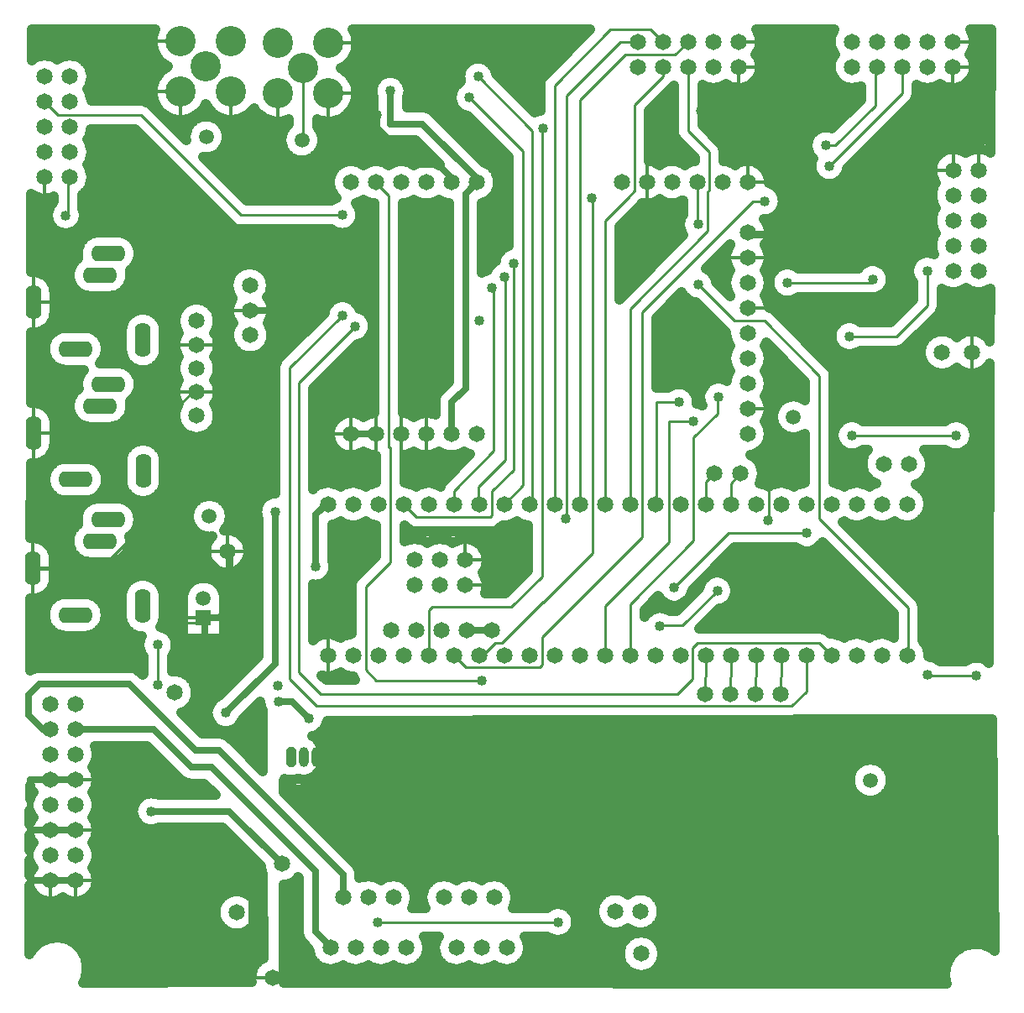
<source format=gbr>
G04 DipTrace 3.3.1.1*
G04 Bottom.gbr*
%MOIN*%
G04 #@! TF.FileFunction,Copper,L2,Bot*
G04 #@! TF.Part,Single*
%AMOUTLINE0*
4,1,8,
-0.019685,-0.029528,
-0.009843,-0.03937,
0.009843,-0.03937,
0.019685,-0.029528,
0.019685,0.029528,
0.009843,0.03937,
-0.009843,0.03937,
-0.019685,0.029528,
-0.019685,-0.029528,
0*%
G04 #@! TA.AperFunction,Conductor*
%ADD14C,0.027559*%
%ADD16C,0.011811*%
%ADD19C,0.01*%
G04 #@! TA.AperFunction,CopperBalancing*
%ADD20C,0.04*%
%ADD21C,0.012992*%
G04 #@! TA.AperFunction,ComponentPad*
%ADD33O,0.062992X0.137795*%
%ADD34O,0.137795X0.062992*%
%ADD35C,0.065*%
%ADD36C,0.12*%
%ADD37C,0.059055*%
%ADD45R,0.059055X0.059055*%
%ADD46C,0.059055*%
%ADD47O,0.03937X0.07874*%
%ADD96OUTLINE0*%
%FSLAX26Y26*%
G04*
G70*
G90*
G75*
G01*
G04 Bottom*
%LPD*%
X930374Y1165164D2*
D14*
X1241434D1*
X1449945Y956654D1*
X1583618Y2137304D2*
Y2343660D1*
X1625934Y2385976D1*
X1632782D1*
X1436673Y1602927D2*
X1490829D1*
X1558268Y1535488D1*
X2124307Y2663585D2*
Y2790092D1*
X2179820Y2845605D1*
Y3619098D1*
X2224307Y3663585D1*
X1227056Y1556417D2*
X1423253Y1752614D1*
Y2355797D1*
X1880710Y4027344D2*
Y3895702D1*
X2008412D1*
X2224307Y3679807D1*
Y3663585D1*
X529993Y1091390D2*
X450988D1*
Y891390D1*
X529993D1*
X1341378Y824403D2*
X1330971D1*
Y533756D1*
X2182782Y1885976D2*
X2282782D1*
X2124307Y3663585D2*
Y3679881D1*
X2070097Y3734091D1*
X1973483D1*
X1827205Y3880369D1*
Y3932814D1*
X3802707Y3454879D2*
X3299058D1*
Y3464675D1*
X2182782Y1871337D2*
D16*
Y1885976D1*
X1824307Y2663585D2*
D14*
X1724307D1*
X450988Y1091390D2*
Y1291390D1*
X529993D1*
Y891390D2*
X629993D1*
X529993Y1091390D2*
X629993D1*
X529993Y1291390D2*
X629993D1*
X1232783Y2198184D2*
X1242715D1*
Y1973912D1*
X1202110Y1933307D1*
X1138903D1*
X1144269D1*
Y1568927D1*
X1111602Y2830861D2*
D19*
X1110134Y2829392D1*
X1094126D1*
X1035455Y2770722D1*
Y2560395D1*
Y2435766D1*
X727169Y2127480D1*
X461720D1*
Y2130322D1*
X727169Y2127480D2*
X1055168D1*
Y1915706D1*
X1138903D1*
Y1933307D1*
X3526504Y2816526D2*
X3384168D1*
Y2322559D1*
X3379789D1*
X1324478Y3155312D2*
D14*
X1561186D1*
Y3218157D1*
X1797186D1*
X1027328Y2560395D2*
D19*
X1035455D1*
X1989820Y1418682D2*
D14*
X2239352D1*
X1412671Y506063D2*
X1981252D1*
X2052526Y577337D1*
Y623143D1*
X2042591D1*
X629993Y1491390D2*
X939546D1*
X1089356Y1341580D1*
X1168966D1*
X1583295Y927251D1*
Y686613D1*
X1646765Y623143D1*
X1642591D1*
X3007990Y2054248D2*
D19*
X3224034Y2270293D1*
X3534906D1*
X3703954Y3052640D2*
X3889668D1*
X4012579Y3175550D1*
Y3311866D1*
X1534213Y4116587D2*
Y3831537D1*
X1529430D1*
X3183525Y2812178D2*
X3179052D1*
Y2746109D1*
X3084915Y2651971D1*
Y2240938D1*
X2832782Y1988806D1*
Y1785976D1*
X3084961Y2715176D2*
X2985677D1*
Y2233650D1*
X2732782Y1980755D1*
Y1785976D1*
X1824307Y3663585D2*
X1821206D1*
X1874965Y3609827D1*
Y2612125D1*
X1881239D1*
Y2155612D1*
X1783226Y2057598D1*
Y1726287D1*
X1824122Y1685391D1*
X2242799D1*
X2195455Y4000289D2*
X2408222Y3787522D1*
Y2461416D1*
X2332782Y2385976D1*
X2229980Y4084080D2*
X2445438Y3868622D1*
Y2385976D1*
X2432782D1*
X4128105Y2659029D2*
X3713619D1*
X2732782Y2385976D2*
Y3511949D1*
X2823606Y3602773D1*
X2822392D1*
X2851916Y3632297D1*
Y3971329D1*
X2963912Y4083324D1*
Y4122690D1*
X3132782Y1785976D2*
Y1699852D1*
X3130026Y1697096D1*
Y1631055D1*
X3532782Y1785976D2*
Y1642546D1*
X3475508Y1585272D1*
X1587486D1*
X1481951Y1690806D1*
Y2927513D1*
X1690277Y3135839D1*
Y3533925D2*
X1286301D1*
X889941Y3930285D1*
X561312D1*
X508434Y3983163D1*
X3632782Y1785976D2*
X3585281Y1833478D1*
X3100282D1*
X3080282Y1813478D1*
Y1691056D1*
X3020787Y1631562D1*
X1602293D1*
X1516979Y1716875D1*
Y2868936D1*
X1740500Y3092457D1*
X3179175Y2041558D2*
X3041251Y1903634D1*
X2951211D1*
Y1901445D1*
X1831001Y726022D2*
X2546230D1*
X3796152Y3279109D2*
Y3265547D1*
X3457576D1*
X3027245Y2790575D2*
X2936046D1*
Y2385976D1*
X2932782D1*
X3932782Y1785976D2*
X3936848D1*
Y1974278D1*
X3584783Y2326343D1*
Y2895920D1*
X3366839Y3113865D1*
X3246633D1*
X3102833Y3257663D1*
Y3496953D2*
X3099058D1*
Y3664675D1*
X2284013Y3244629D2*
X2292192D1*
Y2598017D1*
X2132782Y2438608D1*
Y2385976D1*
X2333471Y3288634D2*
X2338165D1*
Y2562657D1*
X2230892Y2455385D1*
Y2385976D1*
X2232782D1*
X2370660Y3342465D2*
Y2522907D1*
X2285290Y2437537D1*
Y2341210D1*
X2277633Y2333552D1*
X1985206D1*
X1932782Y2385976D1*
X529993Y1491390D2*
D14*
X500077D1*
X443437Y1548030D1*
Y1626756D1*
X486382Y1669701D1*
X844463D1*
X1105640Y1408524D1*
X1199724D1*
X1692591Y915657D1*
Y823143D1*
X2577306Y2328860D2*
D19*
X2580282Y2331836D1*
Y4009215D1*
X2793757Y4222690D1*
X2863913D1*
X2963912D2*
X2915546Y4271056D1*
X2754887D1*
X2532782Y4048951D1*
Y2385976D1*
X2632782D2*
Y3990633D1*
X2812340Y4170190D1*
X3011412D1*
X3063912Y4222690D1*
Y4122690D2*
Y3867878D1*
X3145862Y3785928D1*
Y3631983D1*
X3142154Y3628274D1*
Y3471114D1*
X2832782Y3161743D1*
Y2385976D1*
X4013209Y1708878D2*
Y1703647D1*
X4208438D1*
X2485596Y3876406D2*
X2483982D1*
Y2098194D1*
X2362067Y1976280D1*
X2046562D1*
X2034346Y1964064D1*
Y1956231D1*
X2032782D1*
Y1785976D1*
X3913912Y4122690D2*
X3913196Y4121974D1*
Y4016949D1*
X3623988Y3727741D1*
X3368148Y3589571D2*
X3321276D1*
X2880282Y3148577D1*
Y2255066D1*
X2484052Y1858836D1*
Y1748496D1*
X2474030Y1738474D1*
X2180285D1*
X2132782Y1785976D1*
X3609332Y3810018D2*
X3647045D1*
X3806451Y3969425D1*
Y4045684D1*
X3807238Y4046470D1*
Y4122690D1*
X3813912D1*
X2682127Y3600873D2*
X2682841D1*
Y2192213D1*
X2486663Y1996034D1*
Y1997843D1*
X2323829Y1835009D1*
X2296690D1*
X2232782Y1771101D1*
Y1785976D1*
X3232782D2*
Y1699852D1*
X3230026Y1697096D1*
Y1631055D1*
X3332782Y1785976D2*
Y1699852D1*
X3330026Y1697096D1*
Y1631055D1*
X3432782Y1785976D2*
Y1699852D1*
X3430026Y1697096D1*
Y1631055D1*
X3167522Y2508673D2*
X3132782Y2473933D1*
Y2385976D1*
X3271798Y2507542D2*
X3232782Y2468526D1*
Y2385976D1*
X608434Y3683163D2*
X601814D1*
Y3542661D1*
X591945Y3532793D1*
X956434Y1826605D2*
Y1667668D1*
D20*
X1583618Y2137304D3*
X1558268Y1535488D3*
X1330971Y533756D3*
X1144269Y1568927D3*
X2239352Y1418682D3*
X3007990Y2054248D3*
X3534906Y2270293D3*
X3703954Y3052640D3*
X4012579Y3311866D3*
X2242799Y1685391D3*
X2195455Y4000289D3*
X4128105Y2659029D3*
X3713619D3*
X1690277Y3135839D3*
Y3533925D3*
X1740500Y3092457D3*
X3179175Y2041558D3*
X2951211Y1901445D3*
X1831001Y726022D3*
X2546230D3*
X3457576Y3265547D3*
X3027245Y2790575D3*
X3102833Y3257663D3*
Y3496953D3*
X4208438Y1703647D3*
X3623988Y3727741D3*
X3368148Y3589571D3*
X591945Y3532793D3*
X956434Y1826605D3*
Y1667668D3*
X896003Y1290768D3*
X1432719Y1663315D3*
X1827205Y3932814D3*
X2233972Y3116260D3*
X3066167Y3124436D3*
X3112280Y3948705D3*
X2908677D3*
X1994016Y3131024D3*
X3298778Y1488957D3*
X4244016Y1381024D3*
X3649052Y2897134D3*
X3899138Y2141963D3*
X2919508Y1999008D3*
X2884942Y1393411D3*
X3399307Y1170009D3*
X4222227Y1102270D3*
X1989820Y1418682D3*
X1341378Y824403D3*
X1025336Y849564D3*
X3903241Y3193339D3*
X2507484Y4212793D3*
X3802707Y3454879D3*
X930374Y1165164D3*
X1436673Y1602927D3*
X1227056Y1556417D3*
X1423253Y2355797D3*
X1880710Y4027344D3*
X3183525Y2812178D3*
X3084961Y2715176D3*
X2229980Y4084080D3*
X3796152Y3279109D3*
X2284013Y3244629D3*
X2333471Y3288634D3*
X2370660Y3342465D3*
X2577306Y2328860D3*
X4013209Y1708878D3*
X2485596Y3876406D3*
X3609332Y3810018D3*
X2682127Y3600873D3*
X1715664Y2121454D3*
X1171293Y2557890D3*
X1333585Y2196202D3*
X3379789Y2322559D3*
X2572738Y4211054D3*
X3488391Y4119993D3*
X3930692Y3801496D3*
X4207571Y1957205D3*
X2343840Y2173013D3*
X3463050Y2088736D3*
X3526504Y2816526D3*
X1797186Y3218157D3*
X1027328Y2560395D3*
X634795Y2637457D3*
X1015287Y3321379D3*
X1618910Y1491669D2*
X4268027D1*
X1593145Y1451801D2*
X4268350D1*
X1612236Y1411932D2*
X4268708D1*
X1612846Y1372063D2*
X4269067D1*
X1605741Y1332194D2*
X3714262D1*
X3860021D2*
X4269426D1*
X1548957Y1292325D2*
X3702097D1*
X3872222D2*
X4269785D1*
X1462671Y1252457D2*
X3710889D1*
X3863430D2*
X4270108D1*
X1492131Y1212588D2*
X3756856D1*
X3817463D2*
X4270467D1*
X1531999Y1172719D2*
X4270826D1*
X1571866Y1132850D2*
X4271184D1*
X1611733Y1092982D2*
X4271507D1*
X1651601Y1053113D2*
X4271866D1*
X1691468Y1013244D2*
X4272225D1*
X1731335Y973375D2*
X4272584D1*
X1759469Y933507D2*
X4272907D1*
X1942442Y893638D2*
X2042741D1*
X2342443D2*
X4273266D1*
X1461630Y853769D2*
X1513915D1*
X1974917D2*
X2010265D1*
X2374918D2*
X4273625D1*
X1461522Y813900D2*
X1513915D1*
X1980192D2*
X2004990D1*
X2380193D2*
X2699708D1*
X2948958D2*
X4273983D1*
X1461450Y774031D2*
X1513915D1*
X2603357D2*
X2686431D1*
X2962235D2*
X4274342D1*
X1461343Y734163D2*
X1513915D1*
X2621371D2*
X2693464D1*
X2955237D2*
X4274665D1*
X1461235Y694294D2*
X1513915D1*
X2614409D2*
X2730246D1*
X2918420D2*
X4275024D1*
X1461127Y654425D2*
X1522384D1*
X2024653D2*
X2060539D1*
X2424654D2*
X2808653D1*
X2944436D2*
X4275383D1*
X1461020Y614556D2*
X1554931D1*
X2030251D2*
X2054941D1*
X2430252D2*
X2789778D1*
X2963347D2*
X4129047D1*
X1460912Y574688D2*
X1569859D1*
X2015323D2*
X2069869D1*
X2415324D2*
X2792254D1*
X2960835D2*
X4095029D1*
X1460840Y534819D2*
X2819095D1*
X2934030D2*
X4082182D1*
X1460733Y494950D2*
X4083402D1*
X4091311Y480417D2*
X4088395Y490438D1*
X4086593Y499444D1*
X4085484Y508561D1*
X4085075Y517736D1*
X4085367Y526915D1*
X4086361Y536045D1*
X4088048Y545073D1*
X4090421Y553945D1*
X4093464Y562611D1*
X4097161Y571018D1*
X4101489Y579118D1*
X4106423Y586865D1*
X4111934Y594211D1*
X4117991Y601115D1*
X4124557Y607536D1*
X4131595Y613437D1*
X4139063Y618783D1*
X4146917Y623543D1*
X4155112Y627688D1*
X4163600Y631196D1*
X4172331Y634045D1*
X4181255Y636219D1*
X4190318Y637704D1*
X4199468Y638493D1*
X4208652Y638580D1*
X4217815Y637966D1*
X4226905Y636653D1*
X4235868Y634650D1*
X4244652Y631968D1*
X4253205Y628623D1*
X4261478Y624634D1*
X4269421Y620025D1*
X4279754Y612593D1*
X4271666Y1531512D1*
X3487118Y1529881D1*
X3479949Y1528846D1*
X3457135Y1528672D1*
X2775787Y1528416D1*
X1629254Y1526054D1*
X1627889Y1518773D1*
X1624417Y1508088D1*
X1619317Y1498077D1*
X1612713Y1488987D1*
X1604768Y1481043D1*
X1595679Y1474439D1*
X1585668Y1469338D1*
X1574982Y1465866D1*
X1571644Y1465202D1*
X1579458Y1460265D1*
X1587964Y1453001D1*
X1595229Y1444495D1*
X1601073Y1434957D1*
X1605354Y1424623D1*
X1607965Y1413746D1*
X1608843Y1402594D1*
X1608623Y1357631D1*
X1606873Y1346583D1*
X1603417Y1335945D1*
X1598338Y1325978D1*
X1591763Y1316928D1*
X1583854Y1309019D1*
X1574804Y1302444D1*
X1564837Y1297366D1*
X1554199Y1293909D1*
X1543151Y1292159D1*
X1531965D1*
X1520917Y1293909D1*
X1515845Y1295339D1*
X1509446Y1293365D1*
X1501449Y1292098D1*
X1477715Y1291939D1*
X1469643Y1292575D1*
X1461755Y1294470D1*
X1458745Y1288395D1*
X1458627Y1242068D1*
X1738821Y961888D1*
X1745484Y954087D1*
X1750844Y945339D1*
X1754770Y935861D1*
X1757165Y925885D1*
X1757970Y915657D1*
Y899761D1*
X1766602Y903127D1*
X1772958Y904919D1*
X1779434Y906208D1*
X1785992Y906984D1*
X1792591Y907243D1*
X1799189Y906984D1*
X1805747Y906208D1*
X1812223Y904919D1*
X1818579Y903127D1*
X1824774Y900841D1*
X1830771Y898077D1*
X1836533Y894850D1*
X1842570Y890750D1*
X1848648Y894850D1*
X1854410Y898077D1*
X1860407Y900841D1*
X1866602Y903127D1*
X1872958Y904919D1*
X1879434Y906208D1*
X1885992Y906984D1*
X1892591Y907243D1*
X1899189Y906984D1*
X1905747Y906208D1*
X1912223Y904919D1*
X1918579Y903127D1*
X1924774Y900841D1*
X1930771Y898077D1*
X1936533Y894850D1*
X1942023Y891181D1*
X1947209Y887093D1*
X1952058Y882611D1*
X1956541Y877762D1*
X1960629Y872576D1*
X1964298Y867085D1*
X1967524Y861324D1*
X1970289Y855327D1*
X1972574Y849131D1*
X1974367Y842776D1*
X1975655Y836299D1*
X1976431Y829741D1*
X1976691Y823143D1*
X1976431Y816545D1*
X1975655Y809987D1*
X1974367Y803510D1*
X1972574Y797155D1*
X1970289Y790959D1*
X1966226Y782644D1*
X2018927Y782622D1*
X2014892Y790959D1*
X2012607Y797155D1*
X2010814Y803510D1*
X2009526Y809987D1*
X2008750Y816545D1*
X2008491Y823143D1*
X2008750Y829741D1*
X2009526Y836299D1*
X2010814Y842776D1*
X2012607Y849131D1*
X2014892Y855327D1*
X2017657Y861324D1*
X2020884Y867085D1*
X2024552Y872576D1*
X2028640Y877762D1*
X2033123Y882611D1*
X2037972Y887093D1*
X2043158Y891181D1*
X2048648Y894850D1*
X2054410Y898077D1*
X2060407Y900841D1*
X2066602Y903127D1*
X2072958Y904919D1*
X2079434Y906208D1*
X2085992Y906984D1*
X2092591Y907243D1*
X2099189Y906984D1*
X2105747Y906208D1*
X2112223Y904919D1*
X2118579Y903127D1*
X2124774Y900841D1*
X2130771Y898077D1*
X2136533Y894850D1*
X2142570Y890750D1*
X2148648Y894850D1*
X2154410Y898077D1*
X2160407Y900841D1*
X2166602Y903127D1*
X2172958Y904919D1*
X2179434Y906208D1*
X2185992Y906984D1*
X2192591Y907243D1*
X2199189Y906984D1*
X2205747Y906208D1*
X2212223Y904919D1*
X2218579Y903127D1*
X2224774Y900841D1*
X2230771Y898077D1*
X2236533Y894850D1*
X2242570Y890750D1*
X2248648Y894850D1*
X2254410Y898077D1*
X2260407Y900841D1*
X2266602Y903127D1*
X2272958Y904919D1*
X2279434Y906208D1*
X2285992Y906984D1*
X2292591Y907243D1*
X2299189Y906984D1*
X2305747Y906208D1*
X2312223Y904919D1*
X2318579Y903127D1*
X2324774Y900841D1*
X2330771Y898077D1*
X2336533Y894850D1*
X2342023Y891181D1*
X2347209Y887093D1*
X2352058Y882611D1*
X2356541Y877762D1*
X2360629Y872576D1*
X2364298Y867085D1*
X2367524Y861324D1*
X2370289Y855327D1*
X2372574Y849131D1*
X2374367Y842776D1*
X2375655Y836299D1*
X2376431Y829741D1*
X2376691Y823143D1*
X2376431Y816545D1*
X2375655Y809987D1*
X2374367Y803510D1*
X2372574Y797155D1*
X2370289Y790959D1*
X2366226Y782644D1*
X2502359Y782622D1*
X2508819Y787071D1*
X2518830Y792172D1*
X2529515Y795644D1*
X2540612Y797402D1*
X2551847D1*
X2562944Y795644D1*
X2573630Y792172D1*
X2583641Y787071D1*
X2592730Y780467D1*
X2600675Y772523D1*
X2607279Y763433D1*
X2612379Y753422D1*
X2615851Y742737D1*
X2617609Y731640D1*
Y720405D1*
X2615851Y709308D1*
X2612379Y698622D1*
X2607279Y688611D1*
X2600675Y679522D1*
X2592730Y671577D1*
X2583641Y664973D1*
X2573630Y659873D1*
X2562944Y656401D1*
X2551847Y654643D1*
X2540612D1*
X2529515Y656401D1*
X2518830Y659873D1*
X2508819Y664973D1*
X2502471Y669415D1*
X2412776Y669422D1*
X2417524Y661324D1*
X2420289Y655327D1*
X2422574Y649131D1*
X2424367Y642776D1*
X2425655Y636299D1*
X2426431Y629741D1*
X2426691Y623143D1*
X2426431Y616545D1*
X2425655Y609987D1*
X2424367Y603510D1*
X2422574Y597155D1*
X2420289Y590959D1*
X2417524Y584962D1*
X2414298Y579201D1*
X2410629Y573710D1*
X2406541Y568524D1*
X2402058Y563675D1*
X2397209Y559193D1*
X2392023Y555105D1*
X2386533Y551436D1*
X2380771Y548209D1*
X2374774Y545445D1*
X2368579Y543159D1*
X2362223Y541367D1*
X2355747Y540078D1*
X2349189Y539302D1*
X2342591Y539043D1*
X2335992Y539302D1*
X2329434Y540078D1*
X2322958Y541367D1*
X2316602Y543159D1*
X2310407Y545445D1*
X2304410Y548209D1*
X2298648Y551436D1*
X2292611Y555536D1*
X2286533Y551436D1*
X2280771Y548209D1*
X2274774Y545445D1*
X2268579Y543159D1*
X2262223Y541367D1*
X2255747Y540078D1*
X2249189Y539302D1*
X2242591Y539043D1*
X2235992Y539302D1*
X2229434Y540078D1*
X2222958Y541367D1*
X2216602Y543159D1*
X2210407Y545445D1*
X2204410Y548209D1*
X2198648Y551436D1*
X2192611Y555536D1*
X2186533Y551436D1*
X2180771Y548209D1*
X2174774Y545445D1*
X2168579Y543159D1*
X2162223Y541367D1*
X2155747Y540078D1*
X2149189Y539302D1*
X2142591Y539043D1*
X2135992Y539302D1*
X2129434Y540078D1*
X2122958Y541367D1*
X2116602Y543159D1*
X2110407Y545445D1*
X2104410Y548209D1*
X2098648Y551436D1*
X2093158Y555105D1*
X2087972Y559193D1*
X2083123Y563675D1*
X2078640Y568524D1*
X2074552Y573710D1*
X2070884Y579201D1*
X2067657Y584962D1*
X2064892Y590959D1*
X2062607Y597155D1*
X2060814Y603510D1*
X2059526Y609987D1*
X2058750Y616545D1*
X2058491Y623143D1*
X2058750Y629741D1*
X2059526Y636299D1*
X2060814Y642776D1*
X2062607Y649131D1*
X2064892Y655327D1*
X2067657Y661324D1*
X2072446Y669423D1*
X2012811Y669422D1*
X2017524Y661324D1*
X2020289Y655327D1*
X2022574Y649131D1*
X2024367Y642776D1*
X2025655Y636299D1*
X2026431Y629741D1*
X2026691Y623143D1*
X2026431Y616545D1*
X2025655Y609987D1*
X2024367Y603510D1*
X2022574Y597155D1*
X2020289Y590959D1*
X2017524Y584962D1*
X2014298Y579201D1*
X2010629Y573710D1*
X2006541Y568524D1*
X2002058Y563675D1*
X1997209Y559193D1*
X1992023Y555105D1*
X1986533Y551436D1*
X1980771Y548209D1*
X1974774Y545445D1*
X1968579Y543159D1*
X1962223Y541367D1*
X1955747Y540078D1*
X1949189Y539302D1*
X1942591Y539043D1*
X1935992Y539302D1*
X1929434Y540078D1*
X1922958Y541367D1*
X1916602Y543159D1*
X1910407Y545445D1*
X1904410Y548209D1*
X1898648Y551436D1*
X1892611Y555536D1*
X1886533Y551436D1*
X1880771Y548209D1*
X1874774Y545445D1*
X1868579Y543159D1*
X1862223Y541367D1*
X1855747Y540078D1*
X1849189Y539302D1*
X1842591Y539043D1*
X1835992Y539302D1*
X1829434Y540078D1*
X1822958Y541367D1*
X1816602Y543159D1*
X1810407Y545445D1*
X1804410Y548209D1*
X1798648Y551436D1*
X1792611Y555536D1*
X1786533Y551436D1*
X1780771Y548209D1*
X1774774Y545445D1*
X1768579Y543159D1*
X1762223Y541367D1*
X1755747Y540078D1*
X1749189Y539302D1*
X1742591Y539043D1*
X1735992Y539302D1*
X1729434Y540078D1*
X1722958Y541367D1*
X1716602Y543159D1*
X1710407Y545445D1*
X1704410Y548209D1*
X1698648Y551436D1*
X1692611Y555536D1*
X1686533Y551436D1*
X1680771Y548209D1*
X1674774Y545445D1*
X1668579Y543159D1*
X1662223Y541367D1*
X1655747Y540078D1*
X1649189Y539302D1*
X1642591Y539043D1*
X1635992Y539302D1*
X1629434Y540078D1*
X1622958Y541367D1*
X1616602Y543159D1*
X1610407Y545445D1*
X1604410Y548209D1*
X1598648Y551436D1*
X1593158Y555105D1*
X1587972Y559193D1*
X1583123Y563675D1*
X1578640Y568524D1*
X1574552Y573710D1*
X1570884Y579201D1*
X1567657Y584962D1*
X1564892Y590959D1*
X1562607Y597155D1*
X1560814Y603510D1*
X1559526Y609987D1*
X1558662Y618787D1*
X1533580Y644152D1*
X1527550Y652452D1*
X1522892Y661593D1*
X1519722Y671350D1*
X1518117Y681483D1*
X1517916Y704986D1*
Y900160D1*
X1514863Y903222D1*
X1509413Y897186D1*
X1504563Y892703D1*
X1499378Y888615D1*
X1493887Y884947D1*
X1488125Y881720D1*
X1482129Y878955D1*
X1475933Y876670D1*
X1469578Y874877D1*
X1463101Y873589D1*
X1457696Y872949D1*
X1456694Y484484D1*
X4091275Y480443D1*
X2960392Y593138D2*
X2959616Y586580D1*
X2958327Y580103D1*
X2956535Y573748D1*
X2954249Y567553D1*
X2951485Y561556D1*
X2948258Y555794D1*
X2944590Y550303D1*
X2940501Y545118D1*
X2936019Y540269D1*
X2931170Y535786D1*
X2925984Y531698D1*
X2920493Y528029D1*
X2914732Y524803D1*
X2908735Y522038D1*
X2902540Y519752D1*
X2896184Y517960D1*
X2889707Y516672D1*
X2883150Y515895D1*
X2876551Y515636D1*
X2869953Y515895D1*
X2863395Y516672D1*
X2856918Y517960D1*
X2850563Y519752D1*
X2844368Y522038D1*
X2838371Y524803D1*
X2832609Y528029D1*
X2827118Y531698D1*
X2821933Y535786D1*
X2817084Y540269D1*
X2812601Y545118D1*
X2808513Y550303D1*
X2804844Y555794D1*
X2801618Y561556D1*
X2798853Y567553D1*
X2796567Y573748D1*
X2794775Y580103D1*
X2793487Y586580D1*
X2792710Y593138D1*
X2792451Y599736D1*
X2792710Y606335D1*
X2793487Y612892D1*
X2794775Y619369D1*
X2796567Y625725D1*
X2798853Y631920D1*
X2801618Y637917D1*
X2804844Y643678D1*
X2808513Y649169D1*
X2812601Y654355D1*
X2817084Y659204D1*
X2821933Y663686D1*
X2827118Y667775D1*
X2832609Y671443D1*
X2838371Y674670D1*
X2844368Y677434D1*
X2850563Y679720D1*
X2856918Y681513D1*
X2863395Y682801D1*
X2869953Y683577D1*
X2876551Y683836D1*
X2883150Y683577D1*
X2889707Y682801D1*
X2896184Y681513D1*
X2902540Y679720D1*
X2908735Y677434D1*
X2914732Y674670D1*
X2920493Y671443D1*
X2925984Y667775D1*
X2931170Y663686D1*
X2936019Y659204D1*
X2940501Y654355D1*
X2944590Y649169D1*
X2948258Y643678D1*
X2951485Y637917D1*
X2954249Y631920D1*
X2956535Y625725D1*
X2958327Y619369D1*
X2959616Y612892D1*
X2960392Y606335D1*
X2960651Y599736D1*
X2960392Y593138D1*
X2824317Y700625D2*
X2818279Y696525D1*
X2812518Y693299D1*
X2806521Y690534D1*
X2800326Y688248D1*
X2793970Y686456D1*
X2787493Y685168D1*
X2780936Y684392D1*
X2774337Y684132D1*
X2767739Y684392D1*
X2761181Y685168D1*
X2754705Y686456D1*
X2748349Y688248D1*
X2742154Y690534D1*
X2736157Y693299D1*
X2730395Y696525D1*
X2724905Y700194D1*
X2719719Y704282D1*
X2714870Y708765D1*
X2710387Y713614D1*
X2706299Y718800D1*
X2702630Y724290D1*
X2699404Y730052D1*
X2696639Y736049D1*
X2694353Y742244D1*
X2692561Y748600D1*
X2691273Y755076D1*
X2690497Y761634D1*
X2690237Y768232D1*
X2690497Y774831D1*
X2691273Y781388D1*
X2692561Y787865D1*
X2694353Y794221D1*
X2696639Y800416D1*
X2699404Y806413D1*
X2702630Y812174D1*
X2706299Y817665D1*
X2710387Y822851D1*
X2714870Y827700D1*
X2719719Y832182D1*
X2724905Y836271D1*
X2730395Y839939D1*
X2736157Y843166D1*
X2742154Y845931D1*
X2748349Y848216D1*
X2754705Y850009D1*
X2761181Y851297D1*
X2767739Y852073D1*
X2774337Y852332D1*
X2780936Y852073D1*
X2787493Y851297D1*
X2793970Y850009D1*
X2800326Y848216D1*
X2806521Y845931D1*
X2812518Y843166D1*
X2818279Y839939D1*
X2824317Y835839D1*
X2830395Y839939D1*
X2836157Y843166D1*
X2842154Y845931D1*
X2848349Y848216D1*
X2854705Y850009D1*
X2861181Y851297D1*
X2867739Y852073D1*
X2874337Y852332D1*
X2880936Y852073D1*
X2887493Y851297D1*
X2893970Y850009D1*
X2900326Y848216D1*
X2906521Y845931D1*
X2912518Y843166D1*
X2918279Y839939D1*
X2923770Y836271D1*
X2928956Y832182D1*
X2933805Y827700D1*
X2938287Y822851D1*
X2942376Y817665D1*
X2946044Y812174D1*
X2949271Y806413D1*
X2952036Y800416D1*
X2954321Y794221D1*
X2956114Y787865D1*
X2957402Y781388D1*
X2958178Y774831D1*
X2958437Y768232D1*
X2958178Y761634D1*
X2957402Y755076D1*
X2956114Y748600D1*
X2954321Y742244D1*
X2952036Y736049D1*
X2949271Y730052D1*
X2946044Y724290D1*
X2942376Y718800D1*
X2938287Y713614D1*
X2933805Y708765D1*
X2928956Y704282D1*
X2923770Y700194D1*
X2918279Y696525D1*
X2912518Y693299D1*
X2906521Y690534D1*
X2900326Y688248D1*
X2893970Y686456D1*
X2887493Y685168D1*
X2880936Y684392D1*
X2874337Y684132D1*
X2867739Y684392D1*
X2861181Y685168D1*
X2854705Y686456D1*
X2848349Y688248D1*
X2842154Y690534D1*
X2836157Y693299D1*
X2830395Y696525D1*
X2824358Y700625D1*
X3868036Y1282967D2*
X3867287Y1276641D1*
X3866044Y1270393D1*
X3864315Y1264262D1*
X3862111Y1258286D1*
X3859444Y1252501D1*
X3856331Y1246943D1*
X3852792Y1241646D1*
X3848848Y1236644D1*
X3844524Y1231966D1*
X3839847Y1227642D1*
X3834844Y1223698D1*
X3829548Y1220159D1*
X3823990Y1217047D1*
X3818205Y1214380D1*
X3812228Y1212175D1*
X3806097Y1210446D1*
X3799850Y1209203D1*
X3793524Y1208454D1*
X3787158Y1208204D1*
X3780793Y1208454D1*
X3774467Y1209203D1*
X3768220Y1210446D1*
X3762089Y1212175D1*
X3756112Y1214380D1*
X3750327Y1217047D1*
X3744769Y1220159D1*
X3739473Y1223698D1*
X3734470Y1227642D1*
X3729793Y1231966D1*
X3725469Y1236644D1*
X3721525Y1241646D1*
X3717986Y1246943D1*
X3714873Y1252501D1*
X3712206Y1258286D1*
X3710002Y1264262D1*
X3708272Y1270393D1*
X3707030Y1276641D1*
X3706281Y1282967D1*
X3706031Y1289332D1*
X3706281Y1295697D1*
X3707030Y1302023D1*
X3708272Y1308271D1*
X3710002Y1314402D1*
X3712206Y1320378D1*
X3714873Y1326163D1*
X3717986Y1331721D1*
X3721525Y1337017D1*
X3725469Y1342020D1*
X3729793Y1346698D1*
X3734470Y1351022D1*
X3739473Y1354965D1*
X3744769Y1358504D1*
X3750327Y1361617D1*
X3756112Y1364284D1*
X3762089Y1366489D1*
X3768220Y1368218D1*
X3774467Y1369461D1*
X3780793Y1370209D1*
X3787158Y1370459D1*
X3793524Y1370209D1*
X3799850Y1369461D1*
X3806097Y1368218D1*
X3812228Y1366489D1*
X3818205Y1364284D1*
X3823990Y1361617D1*
X3829548Y1358504D1*
X3834844Y1354965D1*
X3839847Y1351022D1*
X3844524Y1346698D1*
X3848848Y1342020D1*
X3852792Y1337017D1*
X3856331Y1331721D1*
X3859444Y1326163D1*
X3862111Y1320378D1*
X3864315Y1314402D1*
X3866044Y1308271D1*
X3867287Y1302023D1*
X3868036Y1295697D1*
X3868286Y1289332D1*
X3868036Y1282967D1*
X460473Y4232249D2*
X932675D1*
X1748715D2*
X2632043D1*
X3351482D2*
X3626357D1*
X4201471D2*
X4262225D1*
X460365Y4192381D2*
X936587D1*
X1747172D2*
X2592175D1*
X3346351D2*
X3631453D1*
X4196376D2*
X4262082D1*
X660025Y4152512D2*
X957399D1*
X1729589D2*
X2204913D1*
X2255041D2*
X2552308D1*
X3346530D2*
X3631274D1*
X4196555D2*
X4261938D1*
X691208Y4112643D2*
X977387D1*
X1695033D2*
X2160309D1*
X2299645D2*
X2512441D1*
X3351411D2*
X3626429D1*
X4201399D2*
X4261795D1*
X695873Y4072774D2*
X944015D1*
X1734649D2*
X1821383D1*
X1940050D2*
X2155285D1*
X2325338D2*
X2477453D1*
X3335586D2*
X3642218D1*
X4185610D2*
X4261651D1*
X680264Y4032906D2*
X932747D1*
X1748608D2*
X1805343D1*
X1956090D2*
X2127726D1*
X2365206D2*
X2472178D1*
X3124515D2*
X3745852D1*
X3973786D2*
X4261508D1*
X695945Y3993037D2*
X936407D1*
X1747316D2*
X1811335D1*
X1950097D2*
X2120226D1*
X2405073D2*
X2472178D1*
X2957653D2*
X3003300D1*
X3124515D2*
X3745852D1*
X3968511D2*
X4261364D1*
X1730055Y3953168D2*
X1811335D1*
X2043576D2*
X2137558D1*
X2444940D2*
X2472178D1*
X2917786D2*
X3003300D1*
X3124515D2*
X3706164D1*
X3933452D2*
X4261220D1*
X990985Y3913299D2*
X1023570D1*
X1072227D2*
X1102874D1*
X1196314D2*
X1223588D1*
X1272245D2*
X1387938D1*
X1680464D2*
X1811335D1*
X2087283D2*
X2198418D1*
X2912511D2*
X3003300D1*
X3124515D2*
X3666297D1*
X3893585D2*
X4261077D1*
X695981Y3873430D2*
X862737D1*
X1030852D2*
X1069860D1*
X1229328D2*
X1455974D1*
X1602918D2*
X1815247D1*
X2127150D2*
X2238285D1*
X2912511D2*
X3003300D1*
X3142421D2*
X3572101D1*
X3853717D2*
X4260933D1*
X680335Y3833562D2*
X902604D1*
X1233992D2*
X1444312D1*
X1614544D2*
X1856370D1*
X2167017D2*
X2278153D1*
X2912511D2*
X3014891D1*
X3182288D2*
X3537724D1*
X3813850D2*
X4260826D1*
X695873Y3793693D2*
X942472D1*
X1216983D2*
X1453678D1*
X1605178D2*
X2013973D1*
X2206885D2*
X2318020D1*
X2912511D2*
X3054041D1*
X3205936D2*
X3535606D1*
X3773983D2*
X4090914D1*
X4141473D2*
X4190923D1*
X691244Y3753824D2*
X982375D1*
X1150454D2*
X1502157D1*
X1556735D2*
X2053841D1*
X2246752D2*
X2347624D1*
X2912511D2*
X3085260D1*
X3206474D2*
X3553297D1*
X3734116D2*
X4039061D1*
X690706Y3713955D2*
X1022242D1*
X1190321D2*
X1652943D1*
X2295662D2*
X2347624D1*
X3371219D2*
X3549745D1*
X3698231D2*
X4028117D1*
X696053Y3674087D2*
X1062109D1*
X1230189D2*
X1636866D1*
X2311738D2*
X2347624D1*
X3386613D2*
X3572567D1*
X3675409D2*
X4037303D1*
X680838Y3634218D2*
X1101977D1*
X1270056D2*
X1641495D1*
X2307109D2*
X2347624D1*
X3428131D2*
X4030988D1*
X458858Y3594349D2*
X541215D1*
X662429D2*
X1141844D1*
X1309923D2*
X1647847D1*
X2276033D2*
X2347624D1*
X3443597D2*
X4030055D1*
X458786Y3554480D2*
X519720D1*
X664187D2*
X1181711D1*
X1762854D2*
X1814350D1*
X1935564D2*
X2110430D1*
X2249192D2*
X2347624D1*
X2859367D2*
X3038467D1*
X3434554D2*
X4039420D1*
X458679Y3514612D2*
X518679D1*
X665192D2*
X1221579D1*
X1763212D2*
X1814350D1*
X1935564D2*
X2110430D1*
X2249192D2*
X2347624D1*
X2819499D2*
X3029460D1*
X3370716D2*
X4028117D1*
X458571Y3474743D2*
X546023D1*
X637848D2*
X1645981D1*
X1734577D2*
X1814350D1*
X1935564D2*
X2110430D1*
X2249192D2*
X2347624D1*
X2793376D2*
X3030752D1*
X3386541D2*
X4036980D1*
X458463Y3434874D2*
X655326D1*
X864780D2*
X1814350D1*
X1935564D2*
X2110430D1*
X2249192D2*
X2347624D1*
X2793376D2*
X3021852D1*
X3381697D2*
X4031167D1*
X458392Y3395005D2*
X636738D1*
X883368D2*
X1814350D1*
X1935564D2*
X2110430D1*
X2249192D2*
X2318020D1*
X2793376D2*
X2981985D1*
X3381482D2*
X4029911D1*
X458284Y3355136D2*
X628808D1*
X880390D2*
X1814350D1*
X1935564D2*
X2110430D1*
X2249192D2*
X2296202D1*
X2793376D2*
X2942118D1*
X3170877D2*
X3211500D1*
X3386613D2*
X3951540D1*
X458176Y3315268D2*
X605591D1*
X852185D2*
X1260370D1*
X1384204D2*
X1814350D1*
X1935564D2*
X2110430D1*
X2793376D2*
X2902250D1*
X3149347D2*
X3227002D1*
X3371111D2*
X3402045D1*
X3861935D2*
X3937043D1*
X532134Y3275399D2*
X605411D1*
X849709D2*
X1236865D1*
X1407708D2*
X1814350D1*
X1935564D2*
X2110430D1*
X2793376D2*
X2862383D1*
X3176188D2*
X3211644D1*
X3871660D2*
X3946947D1*
X548927Y3235530D2*
X628162D1*
X826994D2*
X1236291D1*
X1408282D2*
X1814350D1*
X1935564D2*
X2110430D1*
X2793376D2*
X2822516D1*
X3856947D2*
X3951971D1*
X4154463D2*
X4177933D1*
X549681Y3195661D2*
X1091068D1*
X1132153D2*
X1246698D1*
X1402253D2*
X1646950D1*
X1733608D2*
X1814350D1*
X1935564D2*
X2110430D1*
X3011408D2*
X3063012D1*
X3381230D2*
X3438001D1*
X3477149D2*
X3948633D1*
X4073185D2*
X4258529D1*
X549681Y3155793D2*
X876301D1*
X920113D2*
X1035089D1*
X1188132D2*
X1236363D1*
X1412588D2*
X1617525D1*
X1777889D2*
X1814350D1*
X1935564D2*
X2110430D1*
X2971541D2*
X3120642D1*
X3408861D2*
X3908766D1*
X4069633D2*
X4258386D1*
X542576Y3115924D2*
X822080D1*
X974335D2*
X1023534D1*
X1199651D2*
X1246159D1*
X1402792D2*
X1586306D1*
X1935564D2*
X2110430D1*
X2940896D2*
X3160545D1*
X3448836D2*
X3666476D1*
X3741436D2*
X3868899D1*
X4037014D2*
X4258242D1*
X505400Y3076055D2*
X550401D1*
X709976D2*
X811135D1*
X985279D2*
X1032146D1*
X1191039D2*
X1238516D1*
X1410435D2*
X1546438D1*
X1935564D2*
X2110430D1*
X2940896D2*
X3200412D1*
X3488704D2*
X3632278D1*
X3997111D2*
X4258099D1*
X457495Y3036186D2*
X512902D1*
X747511D2*
X811100D1*
X985315D2*
X1025256D1*
X1197929D2*
X1239054D1*
X1409897D2*
X1506571D1*
X1788762D2*
X1814350D1*
X1935564D2*
X2110430D1*
X2940896D2*
X3215914D1*
X3528571D2*
X3630269D1*
X3957243D2*
X3998764D1*
X457387Y2996318D2*
X505905D1*
X754472D2*
X811207D1*
X985243D2*
X1026656D1*
X1196565D2*
X1262451D1*
X1386500D2*
X1466704D1*
X1728405D2*
X1814350D1*
X1935564D2*
X2110430D1*
X2940896D2*
X3217134D1*
X3568438D2*
X3655747D1*
X3899290D2*
X3984195D1*
X457279Y2956449D2*
X519540D1*
X740872D2*
X823336D1*
X973079D2*
X1029598D1*
X1193587D2*
X1429312D1*
X1688537D2*
X1814350D1*
X1935564D2*
X2110430D1*
X2940896D2*
X3211357D1*
X3386757D2*
X3440226D1*
X3608306D2*
X3990115D1*
X457172Y2916580D2*
X656977D1*
X864565D2*
X1023929D1*
X1199292D2*
X1421346D1*
X1648670D2*
X1814350D1*
X1935564D2*
X2110430D1*
X2940896D2*
X3226069D1*
X3372044D2*
X3480094D1*
X3641463D2*
X4024062D1*
X4119799D2*
X4142193D1*
X457100Y2876711D2*
X637635D1*
X883906D2*
X1037098D1*
X1186087D2*
X1421346D1*
X1608803D2*
X1814350D1*
X1935564D2*
X2110430D1*
X2940896D2*
X3148524D1*
X3386290D2*
X3519961D1*
X3645374D2*
X4257417D1*
X456992Y2836843D2*
X630674D1*
X881466D2*
X1023713D1*
X1199472D2*
X1421346D1*
X1577584D2*
X1814350D1*
X1935564D2*
X2074582D1*
X3085904D2*
X3112316D1*
X3382415D2*
X3524195D1*
X3645374D2*
X4257273D1*
X456885Y2796974D2*
X606560D1*
X854302D2*
X1030639D1*
X1192582D2*
X1421346D1*
X1577584D2*
X1814350D1*
X1935564D2*
X2055276D1*
X3380692D2*
X3428528D1*
X3645374D2*
X4257130D1*
X531990Y2757105D2*
X605878D1*
X850678D2*
X1026010D1*
X1197211D2*
X1421346D1*
X1577584D2*
X1814350D1*
X1935564D2*
X2054917D1*
X3645374D2*
X4256986D1*
X549466Y2717236D2*
X627767D1*
X828788D2*
X1025795D1*
X1197391D2*
X1421346D1*
X1577584D2*
X1655526D1*
X3372511D2*
X3397991D1*
X3645374D2*
X3667911D1*
X3759306D2*
X4082410D1*
X4173804D2*
X4256843D1*
X550399Y2677367D2*
X1048043D1*
X1175142D2*
X1421346D1*
X1577584D2*
X1637333D1*
X3386182D2*
X3418086D1*
X4201328D2*
X4256699D1*
X550399Y2637499D2*
X882976D1*
X914874D2*
X1421346D1*
X1577584D2*
X1640347D1*
X3382630D2*
X3524195D1*
X4200395D2*
X4256556D1*
X543760Y2597630D2*
X823444D1*
X974406D2*
X1421346D1*
X1577584D2*
X1668122D1*
X3353815D2*
X3524195D1*
X3645374D2*
X3672792D1*
X4008163D2*
X4087254D1*
X4168924D2*
X4256412D1*
X508091Y2557761D2*
X553308D1*
X708540D2*
X811853D1*
X985997D2*
X1421346D1*
X1577584D2*
X1820629D1*
X1941844D2*
X2167881D1*
X3343265D2*
X3524195D1*
X3645374D2*
X3752239D1*
X4027002D2*
X4256268D1*
X456203Y2517892D2*
X514122D1*
X747726D2*
X811817D1*
X986033D2*
X1421346D1*
X1577584D2*
X1820629D1*
X1941844D2*
X2128013D1*
X3359269D2*
X3524195D1*
X3645374D2*
X3756402D1*
X4024454D2*
X4256125D1*
X456095Y2478024D2*
X506550D1*
X755262D2*
X811853D1*
X985997D2*
X1421346D1*
X1577584D2*
X1820629D1*
X1941844D2*
X2088146D1*
X3354533D2*
X3524195D1*
X3645374D2*
X3786401D1*
X3997577D2*
X4255981D1*
X455987Y2438155D2*
X519540D1*
X742271D2*
X823408D1*
X974442D2*
X1421346D1*
X4002745D2*
X4255838D1*
X455916Y2398286D2*
X679656D1*
X838764D2*
X882581D1*
X915269D2*
X1104381D1*
X1219423D2*
X1361635D1*
X4019969D2*
X4255694D1*
X455808Y2358417D2*
X641941D1*
X876442D2*
X1079585D1*
X1244255D2*
X1347712D1*
X4016237D2*
X4255551D1*
X455700Y2318549D2*
X634908D1*
X883476D2*
X1078975D1*
X1244829D2*
X1353884D1*
X3987027D2*
X4255407D1*
X455593Y2278680D2*
X612624D1*
X869947D2*
X1101833D1*
X1261157D2*
X1353884D1*
X1653012D2*
X1820629D1*
X1941844D2*
X1967324D1*
X2295518D2*
X2423376D1*
X3716496D2*
X4255264D1*
X508737Y2238811D2*
X602218D1*
X851216D2*
X1155157D1*
X1310426D2*
X1353884D1*
X1653012D2*
X1820629D1*
X2219049D2*
X2423376D1*
X3756364D2*
X4255120D1*
X542720Y2198942D2*
X612193D1*
X841240D2*
X1144679D1*
X1320868D2*
X1353884D1*
X1653012D2*
X1820629D1*
X2258630D2*
X2423376D1*
X3236725D2*
X3524949D1*
X3544902D2*
X3628152D1*
X3796231D2*
X4254977D1*
X548820Y2159073D2*
X660601D1*
X792832D2*
X1154332D1*
X1311251D2*
X1353884D1*
X1655811D2*
X1800642D1*
X2266596D2*
X2423376D1*
X3196857D2*
X3668019D1*
X3836098D2*
X4254833D1*
X548820Y2119205D2*
X1199869D1*
X1265678D2*
X1353884D1*
X1656888D2*
X1760775D1*
X2254395D2*
X2420936D1*
X3156990D2*
X3707886D1*
X3875966D2*
X4254690D1*
X547707Y2079336D2*
X837259D1*
X957469D2*
X1089597D1*
X1188240D2*
X1353884D1*
X1629652D2*
X1726972D1*
X2265089D2*
X2381069D1*
X3244009D2*
X3747754D1*
X3915833D2*
X4254582D1*
X529335Y2039467D2*
X813073D1*
X981655D2*
X1058557D1*
X1219244D2*
X1353884D1*
X1577584D2*
X1722630D1*
X2263330D2*
X2341201D1*
X3254739D2*
X3787621D1*
X3955700D2*
X4254438D1*
X454911Y1999598D2*
X524672D1*
X734018D2*
X810274D1*
X984454D2*
X1053784D1*
X1224017D2*
X1353884D1*
X1577584D2*
X1722630D1*
X2927618D2*
X2957727D1*
X3241174D2*
X3827488D1*
X3991477D2*
X4254295D1*
X454803Y1959730D2*
X506012D1*
X752642D2*
X810274D1*
X984454D2*
X1053784D1*
X1224017D2*
X1353884D1*
X1577584D2*
X1722630D1*
X3181391D2*
X3867356D1*
X3997434D2*
X4254151D1*
X454696Y1919861D2*
X508991D1*
X749699D2*
X813611D1*
X981081D2*
X1053784D1*
X1224017D2*
X1353884D1*
X1577584D2*
X1722630D1*
X3141524D2*
X3876255D1*
X3997434D2*
X4254008D1*
X454624Y1879992D2*
X537124D1*
X721566D2*
X839448D1*
X1008137D2*
X1053784D1*
X1224017D2*
X1353884D1*
X1577584D2*
X1722630D1*
X3621547D2*
X3876255D1*
X3997434D2*
X4253864D1*
X454516Y1840123D2*
X882114D1*
X1030744D2*
X1353884D1*
X4001130D2*
X4253721D1*
X454409Y1800255D2*
X885846D1*
X1027012D2*
X1353884D1*
X4019646D2*
X4253577D1*
X454301Y1760386D2*
X895822D1*
X1017037D2*
X1334578D1*
X4066941D2*
X4160781D1*
X1037419Y1720517D2*
X1294711D1*
X1100360Y1680648D2*
X1254843D1*
X1112560Y1640780D2*
X1214940D1*
X1104558Y1600911D2*
X1166963D1*
X1064906Y1561042D2*
X1151605D1*
X1328153D2*
X1370175D1*
X1089451Y1521173D2*
X1160719D1*
X1293381D2*
X1370247D1*
X1129318Y1481304D2*
X1370319D1*
X1263274Y1441436D2*
X1370390D1*
X717475Y1401567D2*
X932890D1*
X1303141D2*
X1370462D1*
X712667Y1361698D2*
X972794D1*
X1343009D2*
X1370534D1*
X712380Y1321829D2*
X1012661D1*
X717547Y1281961D2*
X1058521D1*
X702117Y1242092D2*
X1171987D1*
X717404Y1202223D2*
X865105D1*
X712918Y1162354D2*
X854842D1*
X712129Y1122486D2*
X868873D1*
X717619Y1082617D2*
X1227535D1*
X702584Y1042748D2*
X1267403D1*
X717296Y1002879D2*
X1307270D1*
X713169Y963010D2*
X1347137D1*
X711878Y923142D2*
X1368812D1*
X717691Y883273D2*
X1371431D1*
X703050Y843404D2*
X1237511D1*
X1303536D2*
X1371503D1*
X451933Y803535D2*
X1192046D1*
X1349001D2*
X1371575D1*
X451825Y763667D2*
X1182429D1*
X451717Y723798D2*
X1192907D1*
X1348140D2*
X1371718D1*
X451645Y683929D2*
X1242284D1*
X1298728D2*
X1371790D1*
X451538Y644060D2*
X485235D1*
X624823D2*
X1371862D1*
X662716Y604192D2*
X1371933D1*
X677357Y564323D2*
X1348035D1*
X677644Y524454D2*
X1326612D1*
X674806Y534378D2*
X673755Y525254D1*
X672010Y516237D1*
X669581Y507380D1*
X666483Y498734D1*
X662733Y490351D1*
X660287Y485841D1*
X1330382Y488656D1*
X1328830Y499465D1*
X1328571Y506063D1*
X1328830Y512661D1*
X1329606Y519219D1*
X1330894Y525696D1*
X1332687Y532051D1*
X1334972Y538247D1*
X1337737Y544244D1*
X1340964Y550005D1*
X1344632Y555496D1*
X1348720Y560682D1*
X1353203Y565531D1*
X1358052Y570013D1*
X1363238Y574101D1*
X1368728Y577770D1*
X1375966Y581677D1*
X1375363Y917769D1*
X1372247Y924470D1*
X1369961Y930665D1*
X1368169Y937021D1*
X1366374Y947775D1*
X1214349Y1099789D1*
X959564Y1099784D1*
X952500Y1097068D1*
X941575Y1094446D1*
X930374Y1093564D1*
X919173Y1094446D1*
X908248Y1097068D1*
X897868Y1101368D1*
X888289Y1107238D1*
X879745Y1114535D1*
X872448Y1123079D1*
X866578Y1132658D1*
X862278Y1143038D1*
X859656Y1153963D1*
X858774Y1165164D1*
X859656Y1176365D1*
X862278Y1187290D1*
X866578Y1197670D1*
X872448Y1207249D1*
X879745Y1215793D1*
X888289Y1223090D1*
X897868Y1228960D1*
X908248Y1233260D1*
X919173Y1235883D1*
X930374Y1236764D1*
X941575Y1235883D1*
X952500Y1233260D1*
X959429Y1230551D1*
X1187556Y1230544D1*
X1141866Y1276220D1*
X1089356Y1276200D1*
X1079128Y1277005D1*
X1069152Y1279400D1*
X1059674Y1283326D1*
X1050926Y1288687D1*
X1043112Y1295364D1*
X912475Y1426000D1*
X706622Y1426010D1*
X709977Y1417378D1*
X711770Y1411023D1*
X713058Y1404546D1*
X713834Y1397988D1*
X714093Y1391390D1*
X713834Y1384791D1*
X713058Y1378234D1*
X711770Y1371757D1*
X709977Y1365401D1*
X707692Y1359206D1*
X704927Y1353209D1*
X701700Y1347448D1*
X697601Y1341410D1*
X702229Y1334457D1*
X706494Y1326325D1*
X709846Y1317777D1*
X712247Y1308915D1*
X713667Y1299844D1*
X714093Y1291390D1*
X713592Y1282222D1*
X712095Y1273163D1*
X709618Y1264321D1*
X706193Y1255802D1*
X701859Y1247708D1*
X697613Y1241390D1*
X701700Y1235332D1*
X704927Y1229570D1*
X707692Y1223573D1*
X709977Y1217378D1*
X711770Y1211023D1*
X713058Y1204546D1*
X713834Y1197988D1*
X714093Y1191390D1*
X713834Y1184791D1*
X713058Y1178234D1*
X711770Y1171757D1*
X709977Y1165401D1*
X707692Y1159206D1*
X704927Y1153209D1*
X701700Y1147448D1*
X697601Y1141410D1*
X702229Y1134457D1*
X706494Y1126325D1*
X709846Y1117777D1*
X712247Y1108915D1*
X713667Y1099844D1*
X714093Y1091390D1*
X713592Y1082222D1*
X712095Y1073163D1*
X709618Y1064321D1*
X706193Y1055802D1*
X701859Y1047708D1*
X697613Y1041390D1*
X701700Y1035332D1*
X704927Y1029570D1*
X707692Y1023573D1*
X709977Y1017378D1*
X711770Y1011023D1*
X713058Y1004546D1*
X713834Y997988D1*
X714093Y991390D1*
X713834Y984791D1*
X713058Y978234D1*
X711770Y971757D1*
X709977Y965401D1*
X707692Y959206D1*
X704927Y953209D1*
X701700Y947448D1*
X697601Y941410D1*
X702229Y934457D1*
X706494Y926325D1*
X709846Y917777D1*
X712247Y908915D1*
X713667Y899844D1*
X714093Y891390D1*
X713592Y882222D1*
X712095Y873163D1*
X709618Y864321D1*
X706193Y855802D1*
X701859Y847708D1*
X696669Y840134D1*
X690684Y833171D1*
X683975Y826901D1*
X676624Y821401D1*
X668716Y816735D1*
X660347Y812958D1*
X651616Y810117D1*
X642627Y808244D1*
X633487Y807362D1*
X624306Y807482D1*
X615193Y808602D1*
X606256Y810709D1*
X597603Y813778D1*
X589335Y817771D1*
X581552Y822642D1*
X579998Y823765D1*
X571940Y818497D1*
X563743Y814359D1*
X555145Y811139D1*
X546246Y808875D1*
X537154Y807595D1*
X527977Y807314D1*
X518823Y808035D1*
X509803Y809749D1*
X501023Y812437D1*
X492589Y816066D1*
X484601Y820592D1*
X477153Y825963D1*
X470336Y832113D1*
X464229Y838970D1*
X458907Y846451D1*
X454431Y854469D1*
X450857Y862926D1*
X448225Y871723D1*
X448063Y856383D1*
X447418Y596977D1*
X451311Y604175D1*
X456246Y611921D1*
X461757Y619268D1*
X467814Y626172D1*
X474380Y632593D1*
X481418Y638494D1*
X488886Y643839D1*
X496740Y648599D1*
X504935Y652745D1*
X513423Y656252D1*
X522154Y659101D1*
X531077Y661275D1*
X540141Y662761D1*
X549291Y663549D1*
X558474Y663637D1*
X567638Y663023D1*
X576728Y661710D1*
X585691Y659707D1*
X594475Y657025D1*
X603028Y653679D1*
X611300Y649691D1*
X619244Y645081D1*
X626813Y639879D1*
X633961Y634113D1*
X640649Y627818D1*
X646836Y621031D1*
X652486Y613791D1*
X657567Y606140D1*
X662049Y598123D1*
X665905Y589788D1*
X669113Y581182D1*
X671654Y572357D1*
X673513Y563363D1*
X674680Y554253D1*
X675157Y543555D1*
X674806Y534378D1*
X454163Y3307000D2*
X462336Y3307432D1*
X471505Y3306951D1*
X480566Y3305462D1*
X489406Y3302982D1*
X497919Y3299542D1*
X506001Y3295184D1*
X513552Y3289961D1*
X520481Y3283937D1*
X526703Y3277185D1*
X532142Y3269788D1*
X536732Y3261836D1*
X540417Y3253426D1*
X543151Y3244661D1*
X544901Y3235648D1*
X545647Y3226496D1*
X545594Y3145859D1*
X544682Y3136723D1*
X542767Y3127743D1*
X539874Y3119029D1*
X536036Y3110688D1*
X531302Y3102821D1*
X525729Y3095524D1*
X519385Y3088887D1*
X512348Y3082990D1*
X504702Y3077905D1*
X496543Y3073695D1*
X487969Y3070411D1*
X479084Y3068093D1*
X469999Y3066769D1*
X460822Y3066455D1*
X453570Y3066927D1*
X452868Y2787413D1*
X463053Y2788048D1*
X472222Y2787568D1*
X481282Y2786079D1*
X490123Y2783599D1*
X498636Y2780159D1*
X506717Y2775801D1*
X514268Y2770578D1*
X521197Y2764554D1*
X527420Y2757802D1*
X532859Y2750405D1*
X537449Y2742453D1*
X541133Y2734043D1*
X543867Y2725278D1*
X545618Y2716264D1*
X546363Y2707113D1*
X546310Y2626476D1*
X545398Y2617340D1*
X543484Y2608360D1*
X540590Y2599646D1*
X536753Y2591305D1*
X532019Y2583438D1*
X526446Y2576141D1*
X520102Y2569503D1*
X513064Y2563606D1*
X505419Y2558522D1*
X497259Y2554312D1*
X488685Y2551028D1*
X479801Y2548709D1*
X470715Y2547385D1*
X461539Y2547072D1*
X452277Y2547788D1*
X451531Y2250157D1*
X459641Y2250793D1*
X468819Y2250515D1*
X477909Y2249227D1*
X486802Y2246943D1*
X495389Y2243693D1*
X503565Y2239514D1*
X511230Y2234459D1*
X518291Y2228590D1*
X524661Y2221977D1*
X530262Y2214702D1*
X535027Y2206853D1*
X538896Y2198527D1*
X541823Y2189824D1*
X543773Y2180852D1*
X544720Y2171719D1*
X544817Y2132815D1*
X544634Y2087412D1*
X543520Y2078298D1*
X541408Y2069363D1*
X538322Y2060715D1*
X534301Y2052461D1*
X529395Y2044700D1*
X523662Y2037528D1*
X517172Y2031033D1*
X510006Y2025293D1*
X502250Y2020378D1*
X494000Y2016350D1*
X485355Y2013256D1*
X476422Y2011135D1*
X467309Y2010012D1*
X458128Y2009902D1*
X450930Y2010529D1*
X450223Y1724168D1*
X456700Y1727954D1*
X466178Y1731881D1*
X476154Y1734275D1*
X486382Y1735080D1*
X849593Y1734879D1*
X859726Y1733274D1*
X869483Y1730104D1*
X878624Y1725446D1*
X886924Y1719416D1*
X897824Y1708801D1*
X899828Y1711426D1*
X899834Y1782749D1*
X895385Y1789194D1*
X890285Y1799205D1*
X886813Y1809890D1*
X885055Y1820987D1*
Y1832223D1*
X886813Y1843320D1*
X890285Y1854005D1*
X893271Y1860241D1*
X884355Y1861159D1*
X877956Y1862432D1*
X871676Y1864203D1*
X865555Y1866462D1*
X859630Y1869193D1*
X853937Y1872381D1*
X848512Y1876006D1*
X843388Y1880046D1*
X838597Y1884474D1*
X834168Y1889266D1*
X830128Y1894390D1*
X826503Y1899815D1*
X823315Y1905507D1*
X820584Y1911433D1*
X818325Y1917554D1*
X816554Y1923834D1*
X815281Y1930233D1*
X814514Y1936713D1*
X814259Y1952418D1*
X814258Y2018035D1*
X814514Y2024555D1*
X815281Y2031035D1*
X816554Y2037434D1*
X818325Y2043714D1*
X820584Y2049835D1*
X823315Y2055760D1*
X826503Y2061453D1*
X830128Y2066878D1*
X834168Y2072002D1*
X838597Y2076793D1*
X843388Y2081222D1*
X848512Y2085262D1*
X853937Y2088886D1*
X859630Y2092075D1*
X865555Y2094806D1*
X871676Y2097064D1*
X877956Y2098836D1*
X884355Y2100108D1*
X890835Y2100875D1*
X897354Y2101131D1*
X903874Y2100875D1*
X910353Y2100108D1*
X916753Y2098836D1*
X923032Y2097064D1*
X929154Y2094806D1*
X935079Y2092075D1*
X940772Y2088886D1*
X946197Y2085262D1*
X951321Y2081222D1*
X956112Y2076793D1*
X960541Y2072002D1*
X964580Y2066878D1*
X968205Y2061453D1*
X971393Y2055760D1*
X974125Y2049835D1*
X976383Y2043714D1*
X978154Y2037434D1*
X979427Y2031035D1*
X980194Y2024555D1*
X980451Y2008849D1*
X980415Y1943232D1*
X980194Y1936713D1*
X979427Y1930233D1*
X978154Y1923834D1*
X976383Y1917554D1*
X974125Y1911433D1*
X971393Y1905507D1*
X966634Y1897462D1*
X973149Y1896227D1*
X983835Y1892755D1*
X993845Y1887654D1*
X1002935Y1881050D1*
X1010879Y1873105D1*
X1017483Y1864016D1*
X1022584Y1854005D1*
X1026056Y1843320D1*
X1027814Y1832223D1*
Y1820987D1*
X1026056Y1809890D1*
X1022584Y1799205D1*
X1017483Y1789194D1*
X1013041Y1782847D1*
X1013034Y1720208D1*
X1024552Y1720986D1*
X1031151Y1720727D1*
X1037709Y1719950D1*
X1044185Y1718662D1*
X1050541Y1716870D1*
X1056736Y1714584D1*
X1062733Y1711819D1*
X1068495Y1708593D1*
X1073985Y1704924D1*
X1079171Y1700836D1*
X1084020Y1696354D1*
X1088503Y1691504D1*
X1092591Y1686319D1*
X1096260Y1680828D1*
X1099486Y1675066D1*
X1102251Y1669070D1*
X1104536Y1662874D1*
X1106329Y1656519D1*
X1107617Y1650042D1*
X1108393Y1643484D1*
X1108652Y1636886D1*
X1108393Y1630287D1*
X1107617Y1623730D1*
X1106329Y1617253D1*
X1104536Y1610897D1*
X1102251Y1604702D1*
X1099486Y1598705D1*
X1096260Y1592944D1*
X1092591Y1587453D1*
X1088503Y1582267D1*
X1084020Y1577418D1*
X1079171Y1572936D1*
X1073985Y1568847D1*
X1068495Y1565179D1*
X1062733Y1561952D1*
X1056736Y1559188D1*
X1049920Y1556727D1*
X1132736Y1473889D1*
X1204854Y1473702D1*
X1214987Y1472097D1*
X1224744Y1468927D1*
X1233885Y1464269D1*
X1242185Y1458239D1*
X1258946Y1441763D1*
X1374626Y1326083D1*
X1374166Y1567990D1*
X1370523Y1575526D1*
X1367052Y1586212D1*
X1365294Y1597309D1*
X1365109Y1602027D1*
X1293921Y1530821D1*
X1290852Y1523912D1*
X1284982Y1514332D1*
X1277685Y1505788D1*
X1269142Y1498492D1*
X1259562Y1492621D1*
X1249182Y1488322D1*
X1238257Y1485699D1*
X1227056Y1484817D1*
X1215856Y1485699D1*
X1204931Y1488322D1*
X1194551Y1492621D1*
X1184971Y1498492D1*
X1176428Y1505788D1*
X1169131Y1514332D1*
X1163260Y1523912D1*
X1158961Y1534292D1*
X1156338Y1545217D1*
X1155456Y1556417D1*
X1156338Y1567618D1*
X1158961Y1578543D1*
X1163260Y1588923D1*
X1169131Y1598503D1*
X1176428Y1607046D1*
X1184971Y1614343D1*
X1194551Y1620213D1*
X1201366Y1623198D1*
X1357860Y1779682D1*
X1357874Y2326582D1*
X1355158Y2333671D1*
X1352535Y2344596D1*
X1351653Y2355797D1*
X1352535Y2366997D1*
X1355158Y2377922D1*
X1359457Y2388302D1*
X1365328Y2397882D1*
X1372624Y2406425D1*
X1381168Y2413722D1*
X1390748Y2419593D1*
X1401128Y2423892D1*
X1412053Y2426515D1*
X1423253Y2427397D1*
X1425338Y2427315D1*
X1425526Y2931954D1*
X1426915Y2940726D1*
X1429660Y2949173D1*
X1433692Y2957087D1*
X1438912Y2964272D1*
X1454921Y2980527D1*
X1619268Y3144874D1*
X1620655Y3152553D1*
X1624127Y3163239D1*
X1629228Y3173249D1*
X1635832Y3182339D1*
X1643776Y3190284D1*
X1652866Y3196888D1*
X1662877Y3201988D1*
X1673562Y3205460D1*
X1684659Y3207218D1*
X1695895D1*
X1706992Y3205460D1*
X1717677Y3201988D1*
X1727688Y3196888D1*
X1736777Y3190284D1*
X1744722Y3182339D1*
X1751326Y3173249D1*
X1756427Y3163239D1*
X1756814Y3162188D1*
X1762626Y3160552D1*
X1773006Y3156253D1*
X1782585Y3150382D1*
X1791129Y3143086D1*
X1798426Y3134542D1*
X1804296Y3124962D1*
X1808596Y3114582D1*
X1811218Y3103657D1*
X1812100Y3092457D1*
X1811218Y3081256D1*
X1808596Y3070331D1*
X1804296Y3059951D1*
X1798426Y3050371D1*
X1791129Y3041828D1*
X1782585Y3034531D1*
X1773006Y3028661D1*
X1762626Y3024361D1*
X1751701Y3021738D1*
X1749585Y3021488D1*
X1573598Y2845510D1*
X1573579Y2445682D1*
X1578164Y2449927D1*
X1583349Y2454015D1*
X1588840Y2457683D1*
X1594602Y2460910D1*
X1600598Y2463675D1*
X1606794Y2465960D1*
X1613149Y2467753D1*
X1619626Y2469041D1*
X1626184Y2469817D1*
X1632782Y2470076D1*
X1639381Y2469817D1*
X1645938Y2469041D1*
X1652415Y2467753D1*
X1658770Y2465960D1*
X1664966Y2463675D1*
X1670963Y2460910D1*
X1676724Y2457683D1*
X1682762Y2453584D1*
X1688840Y2457683D1*
X1694602Y2460910D1*
X1700598Y2463675D1*
X1706794Y2465960D1*
X1713149Y2467753D1*
X1719626Y2469041D1*
X1726184Y2469817D1*
X1732782Y2470076D1*
X1739381Y2469817D1*
X1745938Y2469041D1*
X1752415Y2467753D1*
X1758770Y2465960D1*
X1764966Y2463675D1*
X1770963Y2460910D1*
X1776724Y2457683D1*
X1782762Y2453584D1*
X1788840Y2457683D1*
X1794602Y2460910D1*
X1800598Y2463675D1*
X1806794Y2465960D1*
X1813149Y2467753D1*
X1824621Y2469632D1*
X1824639Y2579511D1*
X1816789Y2579822D1*
X1807702Y2581141D1*
X1798813Y2583442D1*
X1790229Y2586699D1*
X1782050Y2590873D1*
X1774312Y2595960D1*
X1766253Y2590693D1*
X1758057Y2586554D1*
X1749459Y2583334D1*
X1740560Y2581071D1*
X1731468Y2579791D1*
X1722291Y2579509D1*
X1713137Y2580230D1*
X1704117Y2581945D1*
X1695337Y2584632D1*
X1686903Y2588261D1*
X1678914Y2592788D1*
X1671467Y2598158D1*
X1664649Y2604308D1*
X1658543Y2611165D1*
X1653220Y2618647D1*
X1648745Y2626664D1*
X1645170Y2635121D1*
X1642539Y2643918D1*
X1640882Y2652949D1*
X1640220Y2662107D1*
X1640560Y2671283D1*
X1641898Y2680366D1*
X1644219Y2689250D1*
X1647494Y2697828D1*
X1651685Y2705997D1*
X1656741Y2713662D1*
X1662603Y2720729D1*
X1669200Y2727115D1*
X1676454Y2732744D1*
X1684278Y2737548D1*
X1692580Y2741471D1*
X1701260Y2744466D1*
X1710214Y2746496D1*
X1719337Y2747538D1*
X1728518Y2747580D1*
X1737650Y2746620D1*
X1746622Y2744671D1*
X1755329Y2741755D1*
X1763665Y2737907D1*
X1771533Y2733174D1*
X1774301Y2731209D1*
X1781086Y2735729D1*
X1789208Y2740011D1*
X1797749Y2743382D1*
X1806606Y2745801D1*
X1815674Y2747241D1*
X1818370Y2747470D1*
X1818364Y3579670D1*
X1811151Y3580521D1*
X1804674Y3581809D1*
X1798319Y3583601D1*
X1792123Y3585887D1*
X1786126Y3588652D1*
X1780365Y3591878D1*
X1774327Y3595978D1*
X1768249Y3591878D1*
X1762488Y3588652D1*
X1756491Y3585887D1*
X1750295Y3583601D1*
X1743560Y3581734D1*
X1748203Y3576011D1*
X1754073Y3566431D1*
X1758373Y3556051D1*
X1760995Y3545126D1*
X1761877Y3533925D1*
X1760995Y3522724D1*
X1758373Y3511800D1*
X1754073Y3501419D1*
X1748203Y3491840D1*
X1740906Y3483296D1*
X1732362Y3476000D1*
X1722783Y3470129D1*
X1712403Y3465830D1*
X1701478Y3463207D1*
X1690277Y3462325D1*
X1679076Y3463207D1*
X1668151Y3465830D1*
X1657771Y3470129D1*
X1648191Y3476000D1*
X1646519Y3477318D1*
X1281860Y3477500D1*
X1273088Y3478889D1*
X1264641Y3481634D1*
X1256727Y3485666D1*
X1249542Y3490886D1*
X1233287Y3506894D1*
X866506Y3873675D1*
X691968Y3873685D1*
X690211Y3863529D1*
X688418Y3857173D1*
X686133Y3850978D1*
X683368Y3844981D1*
X680141Y3839219D1*
X676042Y3833182D1*
X680141Y3827104D1*
X683368Y3821342D1*
X686133Y3815345D1*
X688418Y3809150D1*
X690211Y3802794D1*
X691499Y3796318D1*
X692275Y3789760D1*
X692534Y3783161D1*
X692275Y3776563D1*
X691499Y3770005D1*
X690211Y3763529D1*
X688418Y3757173D1*
X686133Y3750978D1*
X683368Y3744981D1*
X680141Y3739219D1*
X676042Y3733182D1*
X680141Y3727105D1*
X683368Y3721343D1*
X686133Y3715346D1*
X688418Y3709151D1*
X690211Y3702795D1*
X691499Y3696319D1*
X692275Y3689761D1*
X692534Y3683163D1*
X692275Y3676564D1*
X691499Y3670007D1*
X690211Y3663530D1*
X688418Y3657174D1*
X686133Y3650979D1*
X683368Y3644982D1*
X680141Y3639221D1*
X676473Y3633730D1*
X672385Y3628544D1*
X667902Y3623695D1*
X663053Y3619213D1*
X658414Y3615556D1*
Y3559398D1*
X661567Y3549507D1*
X663324Y3538410D1*
Y3527175D1*
X661567Y3516078D1*
X658095Y3505393D1*
X652994Y3495382D1*
X646390Y3486292D1*
X638445Y3478348D1*
X629356Y3471744D1*
X619345Y3466643D1*
X608660Y3463171D1*
X597563Y3461413D1*
X586327D1*
X575230Y3463171D1*
X564545Y3466643D1*
X554534Y3471744D1*
X545444Y3478348D1*
X537500Y3486292D1*
X530896Y3495382D1*
X525795Y3505393D1*
X522323Y3516078D1*
X520566Y3527175D1*
Y3538410D1*
X522323Y3549507D1*
X525795Y3560193D1*
X530896Y3570204D1*
X537500Y3579293D1*
X545203Y3587014D1*
X545214Y3607504D1*
X537067Y3604087D1*
X528276Y3601437D1*
X519248Y3599761D1*
X510092Y3599079D1*
X500916Y3599399D1*
X491829Y3600718D1*
X482941Y3603020D1*
X474356Y3606277D1*
X466177Y3610450D1*
X458502Y3615490D1*
X454936Y3618279D1*
X454161Y3307015D1*
X641689Y3362505D2*
X640581Y3368080D1*
X639814Y3374559D1*
X639557Y3381079D1*
X639814Y3387598D1*
X640581Y3394078D1*
X641853Y3400477D1*
X643624Y3406757D1*
X645883Y3412878D1*
X648614Y3418804D1*
X651803Y3424496D1*
X655427Y3429921D1*
X659467Y3435045D1*
X663896Y3439837D1*
X668687Y3444265D1*
X673811Y3448305D1*
X679236Y3451930D1*
X684929Y3455118D1*
X690854Y3457849D1*
X696975Y3460108D1*
X703255Y3461879D1*
X709654Y3463152D1*
X716134Y3463919D1*
X731840Y3464175D1*
X797457D1*
X803976Y3463919D1*
X810456Y3463152D1*
X816855Y3461879D1*
X823135Y3460108D1*
X829256Y3457849D1*
X835182Y3455118D1*
X840874Y3451930D1*
X846299Y3448305D1*
X851423Y3444265D1*
X856214Y3439837D1*
X860643Y3435045D1*
X864683Y3429921D1*
X868308Y3424496D1*
X871496Y3418804D1*
X874227Y3412878D1*
X876486Y3406757D1*
X878257Y3400477D1*
X879530Y3394078D1*
X880297Y3387598D1*
X880553Y3381079D1*
X880297Y3374559D1*
X879530Y3368080D1*
X878257Y3361680D1*
X876486Y3355401D1*
X874227Y3349279D1*
X871496Y3343354D1*
X868308Y3337661D1*
X864683Y3332236D1*
X860643Y3327112D1*
X856214Y3322321D1*
X851423Y3317892D1*
X845981Y3313640D1*
X847814Y3301545D1*
X848070Y3295025D1*
X847814Y3288505D1*
X847047Y3282026D1*
X845774Y3275627D1*
X844003Y3269347D1*
X841745Y3263225D1*
X839013Y3257300D1*
X835825Y3251607D1*
X832200Y3246182D1*
X828160Y3241058D1*
X823732Y3236267D1*
X818940Y3231838D1*
X813816Y3227799D1*
X808391Y3224174D1*
X802699Y3220986D1*
X796773Y3218254D1*
X790652Y3215996D1*
X784372Y3214225D1*
X777973Y3212952D1*
X771493Y3212185D1*
X755787Y3211929D1*
X690171D1*
X683651Y3212185D1*
X677172Y3212952D1*
X670772Y3214225D1*
X664493Y3215996D1*
X658371Y3218254D1*
X652446Y3220986D1*
X646753Y3224174D1*
X641328Y3227799D1*
X636204Y3231838D1*
X631413Y3236267D1*
X626984Y3241058D1*
X622944Y3246182D1*
X619320Y3251607D1*
X616131Y3257300D1*
X613400Y3263225D1*
X611142Y3269347D1*
X609370Y3275627D1*
X608098Y3282026D1*
X607331Y3288505D1*
X607075Y3295025D1*
X607331Y3301545D1*
X608098Y3308024D1*
X609370Y3314423D1*
X611142Y3320703D1*
X613400Y3326824D1*
X616131Y3332750D1*
X619320Y3338443D1*
X622944Y3343868D1*
X626984Y3348992D1*
X631413Y3353783D1*
X636204Y3358212D1*
X641646Y3362463D1*
X592822Y2919262D2*
X586277Y2919517D1*
X579797Y2920284D1*
X573398Y2921557D1*
X567118Y2923328D1*
X560997Y2925586D1*
X555072Y2928318D1*
X549379Y2931506D1*
X543954Y2935131D1*
X538830Y2939170D1*
X534039Y2943599D1*
X529610Y2948390D1*
X525570Y2953514D1*
X521946Y2958939D1*
X518757Y2964632D1*
X516026Y2970557D1*
X513768Y2976679D1*
X511996Y2982959D1*
X510724Y2989358D1*
X509957Y2995837D1*
X509701Y3002357D1*
X509957Y3008877D1*
X510724Y3015356D1*
X511996Y3021755D1*
X513768Y3028035D1*
X516026Y3034156D1*
X518757Y3040082D1*
X521946Y3045775D1*
X525570Y3051200D1*
X529610Y3056324D1*
X534039Y3061115D1*
X538830Y3065544D1*
X543954Y3069583D1*
X549379Y3073208D1*
X555072Y3076396D1*
X560997Y3079128D1*
X567118Y3081386D1*
X573398Y3083157D1*
X579797Y3084430D1*
X586277Y3085197D1*
X601983Y3085453D1*
X667600D1*
X674119Y3085197D1*
X680599Y3084430D1*
X686998Y3083157D1*
X693278Y3081386D1*
X699399Y3079128D1*
X705325Y3076396D1*
X711017Y3073208D1*
X716442Y3069583D1*
X721566Y3065544D1*
X726358Y3061115D1*
X730786Y3056324D1*
X734826Y3051200D1*
X738451Y3045775D1*
X741639Y3040082D1*
X744370Y3034156D1*
X746629Y3028035D1*
X748400Y3021755D1*
X749673Y3015356D1*
X750440Y3008877D1*
X750696Y3002357D1*
X750440Y2995837D1*
X749673Y2989358D1*
X748400Y2982959D1*
X746629Y2976679D1*
X744370Y2970557D1*
X741639Y2964632D1*
X738451Y2958939D1*
X734826Y2953514D1*
X727447Y2944778D1*
X798173Y2944792D1*
X804693Y2944535D1*
X811172Y2943769D1*
X817572Y2942496D1*
X823851Y2940725D1*
X829973Y2938466D1*
X835898Y2935735D1*
X841591Y2932547D1*
X847016Y2928922D1*
X852140Y2924882D1*
X856931Y2920453D1*
X861360Y2915662D1*
X865399Y2910538D1*
X869024Y2905113D1*
X872212Y2899420D1*
X874944Y2893495D1*
X877202Y2887374D1*
X878973Y2881094D1*
X880246Y2874695D1*
X881013Y2868215D1*
X881269Y2861696D1*
X881013Y2855176D1*
X880246Y2848696D1*
X878973Y2842297D1*
X877202Y2836017D1*
X874944Y2829896D1*
X872212Y2823971D1*
X869024Y2818278D1*
X865399Y2812853D1*
X861360Y2807729D1*
X856931Y2802938D1*
X852140Y2798509D1*
X846698Y2794257D1*
X848530Y2782161D1*
X848786Y2775642D1*
X848530Y2769122D1*
X847763Y2762643D1*
X846490Y2756243D1*
X844719Y2749964D1*
X842461Y2743842D1*
X839729Y2737917D1*
X836541Y2732224D1*
X832916Y2726799D1*
X828877Y2721675D1*
X824448Y2716884D1*
X819657Y2712455D1*
X814533Y2708416D1*
X809108Y2704791D1*
X803415Y2701603D1*
X797490Y2698871D1*
X791368Y2696613D1*
X785089Y2694842D1*
X778689Y2693569D1*
X772210Y2692802D1*
X756504Y2692545D1*
X690887Y2692546D1*
X684367Y2692802D1*
X677888Y2693569D1*
X671489Y2694842D1*
X665209Y2696613D1*
X659088Y2698871D1*
X653162Y2701603D1*
X647470Y2704791D1*
X642044Y2708416D1*
X636921Y2712455D1*
X632129Y2716884D1*
X627700Y2721675D1*
X623661Y2726799D1*
X620036Y2732224D1*
X616848Y2737917D1*
X614116Y2743842D1*
X611858Y2749964D1*
X610087Y2756243D1*
X608814Y2762643D1*
X608047Y2769122D1*
X607791Y2775642D1*
X608047Y2782161D1*
X608814Y2788641D1*
X610087Y2795040D1*
X611858Y2801320D1*
X614116Y2807441D1*
X616848Y2813367D1*
X620036Y2819059D1*
X623661Y2824484D1*
X627700Y2829608D1*
X632129Y2834400D1*
X636921Y2838828D1*
X642362Y2843080D1*
X640530Y2855176D1*
X640274Y2861696D1*
X640530Y2868215D1*
X641297Y2874695D1*
X642570Y2881094D1*
X644341Y2887374D1*
X646599Y2893495D1*
X649331Y2899420D1*
X652519Y2905113D1*
X656144Y2910538D1*
X663522Y2919274D1*
X592797Y2919297D1*
X815118Y3074623D2*
X815373Y3081168D1*
X816140Y3087647D1*
X817412Y3094047D1*
X819184Y3100326D1*
X821442Y3106448D1*
X824173Y3112373D1*
X827362Y3118066D1*
X830986Y3123491D1*
X835026Y3128615D1*
X839455Y3133406D1*
X844246Y3137835D1*
X849370Y3141874D1*
X854795Y3145499D1*
X860488Y3148687D1*
X866413Y3151419D1*
X872535Y3153677D1*
X878814Y3155448D1*
X885214Y3156721D1*
X891693Y3157488D1*
X898213Y3157744D1*
X904732Y3157488D1*
X911212Y3156721D1*
X917611Y3155448D1*
X923891Y3153677D1*
X930012Y3151419D1*
X935937Y3148687D1*
X941630Y3145499D1*
X947055Y3141874D1*
X952179Y3137835D1*
X956970Y3133406D1*
X961399Y3128615D1*
X965439Y3123491D1*
X969064Y3118066D1*
X972252Y3112373D1*
X974983Y3106448D1*
X977242Y3100326D1*
X979013Y3094047D1*
X980286Y3087647D1*
X981053Y3081168D1*
X981309Y3065462D1*
X981273Y2999845D1*
X981053Y2993326D1*
X980286Y2986846D1*
X979013Y2980447D1*
X977242Y2974167D1*
X974983Y2968046D1*
X972252Y2962120D1*
X969064Y2956428D1*
X965439Y2951003D1*
X961399Y2945879D1*
X956970Y2941087D1*
X952179Y2936658D1*
X947055Y2932619D1*
X941630Y2928994D1*
X935937Y2925806D1*
X930012Y2923074D1*
X923891Y2920816D1*
X917611Y2919045D1*
X911212Y2917772D1*
X904732Y2917005D1*
X898213Y2916749D1*
X891693Y2917005D1*
X885214Y2917772D1*
X878814Y2919045D1*
X872535Y2920816D1*
X866413Y2923074D1*
X860488Y2925806D1*
X854795Y2928994D1*
X849370Y2932619D1*
X844246Y2936658D1*
X839455Y2941087D1*
X835026Y2945879D1*
X830986Y2951003D1*
X827362Y2956428D1*
X824173Y2962120D1*
X821442Y2968046D1*
X819184Y2974167D1*
X817412Y2980447D1*
X816140Y2986846D1*
X815373Y2993326D1*
X815117Y3009031D1*
Y3074479D1*
X593539Y2399879D2*
X586993Y2400134D1*
X580514Y2400901D1*
X574115Y2402174D1*
X567835Y2403945D1*
X561714Y2406203D1*
X555788Y2408935D1*
X550096Y2412123D1*
X544670Y2415748D1*
X539547Y2419787D1*
X534755Y2424216D1*
X530326Y2429007D1*
X526287Y2434131D1*
X522662Y2439556D1*
X519474Y2445249D1*
X516742Y2451174D1*
X514484Y2457296D1*
X512713Y2463575D1*
X511440Y2469975D1*
X510673Y2476454D1*
X510417Y2482974D1*
X510673Y2489493D1*
X511440Y2495973D1*
X512713Y2502372D1*
X514484Y2508652D1*
X516742Y2514773D1*
X519474Y2520699D1*
X522662Y2526391D1*
X526287Y2531816D1*
X530326Y2536940D1*
X534755Y2541732D1*
X539547Y2546160D1*
X544670Y2550200D1*
X550096Y2553825D1*
X555788Y2557013D1*
X561714Y2559745D1*
X567835Y2562003D1*
X574115Y2563774D1*
X580514Y2565047D1*
X586993Y2565814D1*
X602699Y2566070D1*
X668316D1*
X674836Y2565814D1*
X681315Y2565047D1*
X687715Y2563774D1*
X693994Y2562003D1*
X700116Y2559745D1*
X706041Y2557013D1*
X711734Y2553825D1*
X717159Y2550200D1*
X722283Y2546160D1*
X727074Y2541732D1*
X731503Y2536940D1*
X735542Y2531816D1*
X739167Y2526391D1*
X742355Y2520699D1*
X745087Y2514773D1*
X747345Y2508652D1*
X749116Y2502372D1*
X750389Y2495973D1*
X751156Y2489493D1*
X751412Y2482974D1*
X751156Y2476454D1*
X750389Y2469975D1*
X749116Y2463575D1*
X747345Y2457296D1*
X745087Y2451174D1*
X742355Y2445249D1*
X739167Y2439556D1*
X735542Y2434131D1*
X731503Y2429007D1*
X727074Y2424216D1*
X722283Y2419787D1*
X717159Y2415748D1*
X711734Y2412123D1*
X706041Y2408935D1*
X700116Y2406203D1*
X693994Y2403945D1*
X687715Y2402174D1*
X681315Y2400901D1*
X674836Y2400134D1*
X659130Y2399878D1*
X593513Y2399914D1*
X815834Y2555240D2*
X816089Y2561785D1*
X816856Y2568264D1*
X818129Y2574663D1*
X819900Y2580943D1*
X822158Y2587065D1*
X824890Y2592990D1*
X828078Y2598683D1*
X831703Y2604108D1*
X835742Y2609232D1*
X840171Y2614023D1*
X844963Y2618452D1*
X850086Y2622491D1*
X855512Y2626116D1*
X861204Y2629304D1*
X867130Y2632036D1*
X873251Y2634294D1*
X879531Y2636065D1*
X885930Y2637338D1*
X892409Y2638105D1*
X898929Y2638361D1*
X905449Y2638105D1*
X911928Y2637338D1*
X918328Y2636065D1*
X924607Y2634294D1*
X930729Y2632036D1*
X936654Y2629304D1*
X942347Y2626116D1*
X947772Y2622491D1*
X952896Y2618452D1*
X957687Y2614023D1*
X962116Y2609232D1*
X966155Y2604108D1*
X969780Y2598683D1*
X972968Y2592990D1*
X975700Y2587065D1*
X977958Y2580943D1*
X979729Y2574663D1*
X981002Y2568264D1*
X981769Y2561785D1*
X982025Y2546079D1*
X981989Y2480462D1*
X981769Y2473942D1*
X981002Y2467463D1*
X979729Y2461064D1*
X977958Y2454784D1*
X975700Y2448662D1*
X972968Y2442737D1*
X969780Y2437044D1*
X966155Y2431619D1*
X962116Y2426495D1*
X957687Y2421704D1*
X952896Y2417275D1*
X947772Y2413236D1*
X942347Y2409611D1*
X936654Y2406423D1*
X930729Y2403691D1*
X924607Y2401433D1*
X918328Y2399662D1*
X911928Y2398389D1*
X905449Y2397622D1*
X898929Y2397366D1*
X892409Y2397622D1*
X885930Y2398389D1*
X879531Y2399662D1*
X873251Y2401433D1*
X867130Y2403691D1*
X861204Y2406423D1*
X855512Y2409611D1*
X850086Y2413236D1*
X844963Y2417275D1*
X840171Y2421704D1*
X835742Y2426495D1*
X831703Y2431619D1*
X828078Y2437044D1*
X824890Y2442737D1*
X822158Y2448662D1*
X819900Y2454784D1*
X818129Y2461064D1*
X816856Y2467463D1*
X816089Y2473942D1*
X815833Y2489648D1*
Y2555178D1*
X3346520Y2468925D2*
X3352415Y2467753D1*
X3358770Y2465960D1*
X3364966Y2463675D1*
X3370963Y2460910D1*
X3376724Y2457683D1*
X3382762Y2453584D1*
X3388840Y2457683D1*
X3394602Y2460910D1*
X3400598Y2463675D1*
X3406794Y2465960D1*
X3413149Y2467753D1*
X3419626Y2469041D1*
X3426184Y2469817D1*
X3432782Y2470076D1*
X3439381Y2469817D1*
X3445938Y2469041D1*
X3452415Y2467753D1*
X3458770Y2465960D1*
X3464966Y2463675D1*
X3470963Y2460910D1*
X3476724Y2457683D1*
X3482762Y2453584D1*
X3488840Y2457683D1*
X3494602Y2460910D1*
X3500598Y2463675D1*
X3506794Y2465960D1*
X3513149Y2467753D1*
X3519626Y2469041D1*
X3528168Y2469895D1*
X3528183Y2665986D1*
X3518496Y2660145D1*
X3512712Y2657478D1*
X3506735Y2655274D1*
X3500604Y2653544D1*
X3494357Y2652302D1*
X3488031Y2651553D1*
X3481665Y2651303D1*
X3475300Y2651553D1*
X3468974Y2652302D1*
X3462727Y2653544D1*
X3456596Y2655274D1*
X3450619Y2657478D1*
X3444834Y2660145D1*
X3439276Y2663258D1*
X3433980Y2666797D1*
X3428977Y2670741D1*
X3424300Y2675065D1*
X3419975Y2679742D1*
X3416032Y2684745D1*
X3412493Y2690041D1*
X3409380Y2695599D1*
X3406713Y2701384D1*
X3404508Y2707361D1*
X3402779Y2713492D1*
X3401537Y2719739D1*
X3400788Y2726065D1*
X3400538Y2732430D1*
X3400788Y2738796D1*
X3401537Y2745122D1*
X3402779Y2751369D1*
X3404508Y2757500D1*
X3406713Y2763477D1*
X3409380Y2769262D1*
X3412493Y2774819D1*
X3416032Y2780116D1*
X3419975Y2785119D1*
X3424300Y2789796D1*
X3428977Y2794120D1*
X3433980Y2798064D1*
X3439276Y2801603D1*
X3444834Y2804716D1*
X3450619Y2807383D1*
X3456596Y2809587D1*
X3462727Y2811316D1*
X3468974Y2812559D1*
X3475300Y2813308D1*
X3481665Y2813558D1*
X3488031Y2813308D1*
X3494357Y2812559D1*
X3500604Y2811316D1*
X3506735Y2809587D1*
X3512712Y2807383D1*
X3518496Y2804716D1*
X3528172Y2798852D1*
X3528183Y2872464D1*
X3373991Y3026494D1*
X3370765Y3020732D1*
X3366665Y3014695D1*
X3370765Y3008617D1*
X3373991Y3002855D1*
X3376756Y2996858D1*
X3379042Y2990663D1*
X3380834Y2984307D1*
X3382122Y2977831D1*
X3382898Y2971273D1*
X3383158Y2964675D1*
X3382898Y2958076D1*
X3382122Y2951518D1*
X3380834Y2945042D1*
X3379042Y2938686D1*
X3376756Y2932491D1*
X3373991Y2926494D1*
X3370765Y2920732D1*
X3366665Y2914695D1*
X3370765Y2908617D1*
X3373991Y2902855D1*
X3376756Y2896858D1*
X3379042Y2890663D1*
X3380834Y2884307D1*
X3382122Y2877831D1*
X3382898Y2871273D1*
X3383158Y2864675D1*
X3382898Y2858076D1*
X3382122Y2851518D1*
X3380834Y2845042D1*
X3379042Y2838686D1*
X3376756Y2832491D1*
X3373991Y2826494D1*
X3370765Y2820732D1*
X3366665Y2814695D1*
X3371294Y2807742D1*
X3375558Y2799610D1*
X3378911Y2791062D1*
X3381311Y2782200D1*
X3382732Y2773129D1*
X3383158Y2764675D1*
X3382657Y2755506D1*
X3381159Y2746448D1*
X3378683Y2737606D1*
X3375257Y2729087D1*
X3370923Y2720992D1*
X3366677Y2714675D1*
X3370765Y2708617D1*
X3373991Y2702855D1*
X3376756Y2696858D1*
X3379042Y2690663D1*
X3380834Y2684307D1*
X3382122Y2677831D1*
X3382898Y2671273D1*
X3383158Y2664675D1*
X3382898Y2658076D1*
X3382122Y2651518D1*
X3380834Y2645042D1*
X3379042Y2638686D1*
X3376756Y2632491D1*
X3373991Y2626494D1*
X3370765Y2620732D1*
X3367096Y2615242D1*
X3363008Y2610056D1*
X3358525Y2605207D1*
X3353676Y2600724D1*
X3348490Y2596636D1*
X3343000Y2592968D1*
X3337238Y2589741D1*
X3331241Y2586976D1*
X3325046Y2584691D1*
X3318690Y2582898D1*
X3311727Y2581552D1*
X3321231Y2575580D1*
X3326416Y2571492D1*
X3331266Y2567010D1*
X3335748Y2562161D1*
X3339836Y2556975D1*
X3343505Y2551484D1*
X3346732Y2545723D1*
X3349496Y2539726D1*
X3351782Y2533530D1*
X3353574Y2527175D1*
X3354862Y2520698D1*
X3355639Y2514140D1*
X3355898Y2507542D1*
X3355639Y2500944D1*
X3354862Y2494386D1*
X3353574Y2487909D1*
X3351782Y2481554D1*
X3349496Y2475358D1*
X3346492Y2468934D1*
X1682762Y2318369D2*
X1676724Y2314269D1*
X1670963Y2311043D1*
X1664966Y2308278D1*
X1658770Y2305993D1*
X1649000Y2303521D1*
X1648998Y2166500D1*
X1651714Y2159430D1*
X1654337Y2148505D1*
X1655218Y2137304D1*
X1654337Y2126104D1*
X1651714Y2115179D1*
X1647414Y2104799D1*
X1641544Y2095219D1*
X1634247Y2086676D1*
X1625704Y2079379D1*
X1616124Y2073508D1*
X1605744Y2069209D1*
X1594819Y2066586D1*
X1583618Y2065704D1*
X1573573Y2066449D1*
X1573633Y1845761D1*
X1580502Y1851852D1*
X1587995Y1857159D1*
X1596022Y1861617D1*
X1604487Y1865174D1*
X1613290Y1867786D1*
X1622324Y1869424D1*
X1631483Y1870066D1*
X1640658Y1869707D1*
X1649739Y1868349D1*
X1658618Y1866010D1*
X1667189Y1862716D1*
X1675349Y1858508D1*
X1682776Y1853600D1*
X1688840Y1857683D1*
X1694602Y1860910D1*
X1700598Y1863675D1*
X1706794Y1865960D1*
X1713149Y1867753D1*
X1719626Y1869041D1*
X1726622Y1869834D1*
X1726800Y2062039D1*
X1728189Y2070811D1*
X1730934Y2079258D1*
X1734966Y2087172D1*
X1740187Y2094357D1*
X1756195Y2110612D1*
X1824628Y2179046D1*
X1824639Y2302270D1*
X1813149Y2304200D1*
X1806794Y2305993D1*
X1800598Y2308278D1*
X1794602Y2311043D1*
X1788840Y2314269D1*
X1782802Y2318369D1*
X1776724Y2314269D1*
X1770963Y2311043D1*
X1764966Y2308278D1*
X1758770Y2305993D1*
X1752415Y2304200D1*
X1745938Y2302912D1*
X1739381Y2302136D1*
X1732782Y2301876D1*
X1726184Y2302136D1*
X1719626Y2302912D1*
X1713149Y2304200D1*
X1706794Y2305993D1*
X1700598Y2308278D1*
X1694602Y2311043D1*
X1688840Y2314269D1*
X1682802Y2318369D1*
X3646306Y4172711D2*
X3642206Y4178748D1*
X3638980Y4184510D1*
X3636215Y4190507D1*
X3633930Y4196702D1*
X3632137Y4203058D1*
X3630849Y4209534D1*
X3630073Y4216092D1*
X3629813Y4222690D1*
X3630073Y4229289D1*
X3630849Y4235846D1*
X3632137Y4242323D1*
X3633930Y4248679D1*
X3636215Y4254874D1*
X3638980Y4260871D1*
X3644743Y4270429D1*
X3333016Y4270602D1*
X3337072Y4264169D1*
X3341157Y4255946D1*
X3344322Y4247327D1*
X3346529Y4238415D1*
X3347751Y4229315D1*
X3347992Y4220853D1*
X3347291Y4211698D1*
X3345595Y4202674D1*
X3342927Y4193889D1*
X3339316Y4185447D1*
X3334806Y4177449D1*
X3331532Y4172691D1*
X3336148Y4165757D1*
X3340413Y4157626D1*
X3343765Y4149078D1*
X3346166Y4140216D1*
X3347586Y4131144D1*
X3348012Y4122690D1*
X3347511Y4113522D1*
X3346013Y4104463D1*
X3343537Y4095622D1*
X3340111Y4087103D1*
X3335778Y4079008D1*
X3330588Y4071434D1*
X3324603Y4064471D1*
X3317894Y4058202D1*
X3310542Y4052701D1*
X3302635Y4048035D1*
X3294265Y4044259D1*
X3285534Y4041417D1*
X3276545Y4039545D1*
X3267406Y4038663D1*
X3258225Y4038783D1*
X3249112Y4039903D1*
X3240175Y4042010D1*
X3231521Y4045078D1*
X3223253Y4049072D1*
X3215470Y4053943D1*
X3213917Y4055065D1*
X3207856Y4050983D1*
X3202094Y4047757D1*
X3196097Y4044992D1*
X3189902Y4042706D1*
X3183546Y4040914D1*
X3177070Y4039626D1*
X3170512Y4038850D1*
X3163913Y4038590D1*
X3157315Y4038850D1*
X3150757Y4039626D1*
X3144281Y4040914D1*
X3137925Y4042706D1*
X3131730Y4044992D1*
X3125733Y4047757D1*
X3120534Y4050668D1*
X3120512Y3891345D1*
X3188901Y3822687D1*
X3194122Y3815501D1*
X3198154Y3807588D1*
X3200898Y3799141D1*
X3202288Y3790369D1*
X3202462Y3767555D1*
Y3748716D1*
X3212214Y3747739D1*
X3218690Y3746451D1*
X3225046Y3744658D1*
X3231241Y3742373D1*
X3237238Y3739608D1*
X3243000Y3736382D1*
X3249037Y3732282D1*
X3255837Y3736818D1*
X3263959Y3741100D1*
X3272500Y3744471D1*
X3281357Y3746891D1*
X3290425Y3748330D1*
X3299596Y3748773D1*
X3308761Y3748213D1*
X3317810Y3746657D1*
X3326635Y3744124D1*
X3335132Y3740645D1*
X3343199Y3736259D1*
X3350740Y3731020D1*
X3357664Y3724991D1*
X3363890Y3718243D1*
X3369344Y3710856D1*
X3373959Y3702918D1*
X3377682Y3694525D1*
X3380467Y3685776D1*
X3382283Y3676775D1*
X3383106Y3667630D1*
X3383002Y3659618D1*
X3390274Y3657667D1*
X3400654Y3653367D1*
X3410234Y3647496D1*
X3418777Y3640200D1*
X3426074Y3631656D1*
X3431944Y3622077D1*
X3436244Y3611696D1*
X3438867Y3600772D1*
X3439748Y3589571D1*
X3438867Y3578370D1*
X3436244Y3567445D1*
X3431944Y3557065D1*
X3426074Y3547485D1*
X3418777Y3538942D1*
X3410234Y3531645D1*
X3400654Y3525775D1*
X3390274Y3521475D1*
X3379349Y3518852D1*
X3368148Y3517971D1*
X3364001Y3518134D1*
X3369344Y3510856D1*
X3373959Y3502918D1*
X3377682Y3494525D1*
X3380467Y3485776D1*
X3382283Y3476775D1*
X3383106Y3467630D1*
X3382977Y3459167D1*
X3381877Y3450051D1*
X3379789Y3441110D1*
X3376739Y3432449D1*
X3372763Y3424173D1*
X3367908Y3416380D1*
X3366677Y3414675D1*
X3371294Y3407742D1*
X3375558Y3399610D1*
X3378911Y3391062D1*
X3381311Y3382200D1*
X3382732Y3373129D1*
X3383158Y3364675D1*
X3382657Y3355506D1*
X3381159Y3346448D1*
X3378683Y3337606D1*
X3375257Y3329087D1*
X3370923Y3320992D1*
X3366677Y3314675D1*
X3370765Y3308617D1*
X3373991Y3302855D1*
X3376756Y3296858D1*
X3379042Y3290663D1*
X3380834Y3284307D1*
X3382122Y3277831D1*
X3382898Y3271273D1*
X3383158Y3264675D1*
X3382898Y3258076D1*
X3382122Y3251518D1*
X3380834Y3245042D1*
X3379042Y3238686D1*
X3376756Y3232491D1*
X3373991Y3226494D1*
X3370765Y3220732D1*
X3366665Y3214695D1*
X3371294Y3207742D1*
X3375558Y3199610D1*
X3378911Y3191062D1*
X3381311Y3182200D1*
X3382732Y3173129D1*
X3383085Y3168082D1*
X3388498Y3166156D1*
X3396412Y3162124D1*
X3403597Y3156904D1*
X3419852Y3140896D1*
X3627822Y2932679D1*
X3633043Y2925493D1*
X3637075Y2917580D1*
X3639820Y2909133D1*
X3641209Y2900361D1*
X3641384Y2877547D1*
Y2469652D1*
X3652415Y2467753D1*
X3658770Y2465960D1*
X3664966Y2463675D1*
X3670963Y2460910D1*
X3676724Y2457683D1*
X3682762Y2453584D1*
X3688840Y2457683D1*
X3694602Y2460910D1*
X3700598Y2463675D1*
X3706794Y2465960D1*
X3713149Y2467753D1*
X3719626Y2469041D1*
X3726184Y2469817D1*
X3732782Y2470076D1*
X3739381Y2469817D1*
X3745938Y2469041D1*
X3752415Y2467753D1*
X3758770Y2465960D1*
X3764966Y2463675D1*
X3770963Y2460910D1*
X3776724Y2457683D1*
X3782762Y2453584D1*
X3788840Y2457683D1*
X3794602Y2460910D1*
X3800598Y2463675D1*
X3810989Y2467144D1*
X3801380Y2471314D1*
X3795618Y2474541D1*
X3790128Y2478210D1*
X3784942Y2482298D1*
X3780093Y2486780D1*
X3775610Y2491629D1*
X3771522Y2496815D1*
X3767853Y2502306D1*
X3764627Y2508067D1*
X3761862Y2514064D1*
X3759577Y2520260D1*
X3757784Y2526615D1*
X3756496Y2533092D1*
X3755720Y2539650D1*
X3755460Y2546248D1*
X3755720Y2552846D1*
X3756496Y2559404D1*
X3757784Y2565881D1*
X3759577Y2572236D1*
X3761862Y2578432D1*
X3764627Y2584429D1*
X3767853Y2590190D1*
X3771522Y2595681D1*
X3777064Y2602439D1*
X3757457Y2602429D1*
X3751030Y2597980D1*
X3741020Y2592879D1*
X3730334Y2589407D1*
X3719237Y2587650D1*
X3708002D1*
X3696905Y2589407D1*
X3686219Y2592879D1*
X3676209Y2597980D1*
X3667119Y2604584D1*
X3659174Y2612528D1*
X3652570Y2621618D1*
X3647470Y2631629D1*
X3643998Y2642314D1*
X3642240Y2653411D1*
Y2664647D1*
X3643998Y2675744D1*
X3647470Y2686429D1*
X3652570Y2696440D1*
X3659174Y2705529D1*
X3667119Y2713474D1*
X3676209Y2720078D1*
X3686219Y2725179D1*
X3696905Y2728651D1*
X3708002Y2730408D1*
X3719237D1*
X3730334Y2728651D1*
X3741020Y2725179D1*
X3751030Y2720078D1*
X3757378Y2715636D1*
X4084267Y2715629D1*
X4090694Y2720078D1*
X4100705Y2725179D1*
X4111390Y2728651D1*
X4122487Y2730408D1*
X4133723D1*
X4144820Y2728651D1*
X4155505Y2725179D1*
X4165516Y2720078D1*
X4174605Y2713474D1*
X4182550Y2705529D1*
X4189154Y2696440D1*
X4194255Y2686429D1*
X4197727Y2675744D1*
X4199484Y2664647D1*
Y2653411D1*
X4197727Y2642314D1*
X4194255Y2631629D1*
X4189154Y2621618D1*
X4182550Y2612528D1*
X4174605Y2604584D1*
X4165516Y2597980D1*
X4155505Y2592879D1*
X4144820Y2589407D1*
X4133723Y2587650D1*
X4122487D1*
X4111390Y2589407D1*
X4100705Y2592879D1*
X4090694Y2597980D1*
X4084347Y2602422D1*
X3999747Y2602429D1*
X4004157Y2597636D1*
X4008246Y2592450D1*
X4011914Y2586959D1*
X4015141Y2581198D1*
X4017906Y2575201D1*
X4020191Y2569005D1*
X4021984Y2562650D1*
X4023272Y2556173D1*
X4024048Y2549615D1*
X4024307Y2543017D1*
X4024048Y2536419D1*
X4023272Y2529861D1*
X4021984Y2523384D1*
X4020191Y2517029D1*
X4017906Y2510833D1*
X4015141Y2504836D1*
X4011914Y2499075D1*
X4008246Y2493584D1*
X4004157Y2488398D1*
X3999675Y2483549D1*
X3994826Y2479067D1*
X3989640Y2474979D1*
X3984149Y2471310D1*
X3978388Y2468083D1*
X3972391Y2465319D1*
X3966365Y2463096D1*
X3976724Y2457683D1*
X3982215Y2454015D1*
X3987401Y2449927D1*
X3992250Y2445444D1*
X3996732Y2440595D1*
X4000820Y2435409D1*
X4004489Y2429919D1*
X4007716Y2424157D1*
X4010480Y2418160D1*
X4012766Y2411965D1*
X4014558Y2405609D1*
X4015847Y2399133D1*
X4016623Y2392575D1*
X4016882Y2385976D1*
X4016623Y2379378D1*
X4015847Y2372820D1*
X4014558Y2366344D1*
X4012766Y2359988D1*
X4010480Y2353793D1*
X4007716Y2347796D1*
X4004489Y2342034D1*
X4000820Y2336544D1*
X3996732Y2331358D1*
X3992250Y2326509D1*
X3987401Y2322026D1*
X3982215Y2317938D1*
X3976724Y2314269D1*
X3970963Y2311043D1*
X3964966Y2308278D1*
X3958770Y2305993D1*
X3952415Y2304200D1*
X3945938Y2302912D1*
X3939381Y2302136D1*
X3932782Y2301876D1*
X3926184Y2302136D1*
X3919626Y2302912D1*
X3913149Y2304200D1*
X3906794Y2305993D1*
X3900598Y2308278D1*
X3894602Y2311043D1*
X3888840Y2314269D1*
X3882802Y2318369D1*
X3876724Y2314269D1*
X3870963Y2311043D1*
X3864966Y2308278D1*
X3858770Y2305993D1*
X3852415Y2304200D1*
X3845938Y2302912D1*
X3839381Y2302136D1*
X3832782Y2301876D1*
X3826184Y2302136D1*
X3819626Y2302912D1*
X3813149Y2304200D1*
X3806794Y2305993D1*
X3800598Y2308278D1*
X3794602Y2311043D1*
X3788840Y2314269D1*
X3782802Y2318369D1*
X3776724Y2314269D1*
X3770963Y2311043D1*
X3764966Y2308278D1*
X3758770Y2305993D1*
X3752415Y2304200D1*
X3745938Y2302912D1*
X3739381Y2302136D1*
X3732782Y2301876D1*
X3726184Y2302136D1*
X3719626Y2302912D1*
X3713149Y2304200D1*
X3706794Y2305993D1*
X3700598Y2308278D1*
X3694602Y2311043D1*
X3688840Y2314269D1*
X3682802Y2318369D1*
X3676832Y2314341D1*
X3979887Y2011037D1*
X3985107Y2003852D1*
X3989139Y1995938D1*
X3991884Y1987491D1*
X3993273Y1978719D1*
X3993448Y1955906D1*
Y1844198D1*
X4000820Y1835409D1*
X4004489Y1829919D1*
X4007716Y1824157D1*
X4010480Y1818160D1*
X4012766Y1811965D1*
X4014558Y1805609D1*
X4015847Y1799133D1*
X4016623Y1792575D1*
X4016882Y1785976D1*
X4016662Y1780383D1*
X4024409Y1779596D1*
X4035334Y1776974D1*
X4045714Y1772674D1*
X4055294Y1766804D1*
X4063047Y1760237D1*
X4164604Y1760247D1*
X4171027Y1764696D1*
X4181038Y1769797D1*
X4191724Y1773269D1*
X4202821Y1775026D1*
X4214056D1*
X4225153Y1773269D1*
X4235838Y1769797D1*
X4245849Y1764696D1*
X4254939Y1758092D1*
X4257406Y1755811D1*
X4261643Y2944238D1*
X4256714Y2937082D1*
X4250728Y2930119D1*
X4244020Y2923850D1*
X4236668Y2918350D1*
X4228761Y2913683D1*
X4220391Y2909907D1*
X4211660Y2907066D1*
X4202671Y2905193D1*
X4193532Y2904311D1*
X4184351Y2904431D1*
X4175238Y2905551D1*
X4166301Y2907658D1*
X4157647Y2910726D1*
X4149379Y2914720D1*
X4141596Y2919591D1*
X4134391Y2925282D1*
X4130989Y2928462D1*
X4126546Y2924388D1*
X4121361Y2920300D1*
X4115870Y2916632D1*
X4110108Y2913405D1*
X4104111Y2910640D1*
X4097916Y2908355D1*
X4091561Y2906562D1*
X4085084Y2905274D1*
X4078526Y2904498D1*
X4071928Y2904239D1*
X4065329Y2904498D1*
X4058772Y2905274D1*
X4052295Y2906562D1*
X4045939Y2908355D1*
X4039744Y2910640D1*
X4033747Y2913405D1*
X4027986Y2916632D1*
X4022495Y2920300D1*
X4017309Y2924388D1*
X4012460Y2928871D1*
X4007978Y2933720D1*
X4003889Y2938906D1*
X4000221Y2944396D1*
X3996994Y2950158D1*
X3994230Y2956155D1*
X3991944Y2962350D1*
X3990152Y2968706D1*
X3988863Y2975182D1*
X3988087Y2981740D1*
X3987828Y2988339D1*
X3988087Y2994937D1*
X3988863Y3001495D1*
X3990152Y3007971D1*
X3991944Y3014327D1*
X3994230Y3020522D1*
X3996994Y3026519D1*
X4000221Y3032281D1*
X4003889Y3037771D1*
X4007978Y3042957D1*
X4012460Y3047806D1*
X4017309Y3052289D1*
X4022495Y3056377D1*
X4027986Y3060046D1*
X4033747Y3063272D1*
X4039744Y3066037D1*
X4045939Y3068322D1*
X4052295Y3070115D1*
X4058772Y3071403D1*
X4065329Y3072179D1*
X4071928Y3072439D1*
X4078526Y3072179D1*
X4085084Y3071403D1*
X4091561Y3070115D1*
X4097916Y3068322D1*
X4104111Y3066037D1*
X4110108Y3063272D1*
X4115870Y3060046D1*
X4121361Y3056377D1*
X4126546Y3052289D1*
X4130960Y3048209D1*
X4137758Y3054215D1*
X4145251Y3059521D1*
X4153278Y3063979D1*
X4161743Y3067536D1*
X4170545Y3070148D1*
X4179580Y3071786D1*
X4188739Y3072429D1*
X4197914Y3072069D1*
X4206995Y3070711D1*
X4215874Y3068372D1*
X4224444Y3065078D1*
X4232605Y3060870D1*
X4240258Y3055798D1*
X4247313Y3049921D1*
X4253685Y3043310D1*
X4259298Y3036044D1*
X4261956Y3031926D1*
X4262703Y3242290D1*
X4254379Y3237397D1*
X4248382Y3234632D1*
X4242186Y3232347D1*
X4235831Y3230554D1*
X4229354Y3229266D1*
X4222797Y3228490D1*
X4216198Y3228231D1*
X4209600Y3228490D1*
X4203042Y3229266D1*
X4196565Y3230554D1*
X4190210Y3232347D1*
X4184014Y3234632D1*
X4178018Y3237397D1*
X4172256Y3240624D1*
X4166218Y3244724D1*
X4160140Y3240624D1*
X4154379Y3237397D1*
X4148382Y3234632D1*
X4142186Y3232347D1*
X4135831Y3230554D1*
X4129354Y3229266D1*
X4122797Y3228490D1*
X4116198Y3228231D1*
X4109600Y3228490D1*
X4103042Y3229266D1*
X4096565Y3230554D1*
X4090210Y3232347D1*
X4084014Y3234632D1*
X4078018Y3237397D1*
X4069189Y3242673D1*
X4069004Y3171109D1*
X4067615Y3162337D1*
X4064870Y3153890D1*
X4060838Y3145976D1*
X4055618Y3138791D1*
X4039610Y3122536D1*
X3926427Y3009600D1*
X3919242Y3004380D1*
X3911328Y3000348D1*
X3902881Y2997603D1*
X3894109Y2996214D1*
X3871296Y2996039D1*
X3747818D1*
X3741365Y2991591D1*
X3731354Y2986490D1*
X3720668Y2983018D1*
X3709571Y2981260D1*
X3698336D1*
X3687239Y2983018D1*
X3676554Y2986490D1*
X3666543Y2991591D1*
X3657453Y2998194D1*
X3649509Y3006139D1*
X3642905Y3015229D1*
X3637804Y3025239D1*
X3634332Y3035925D1*
X3632574Y3047022D1*
Y3058257D1*
X3634332Y3069354D1*
X3637804Y3080040D1*
X3642905Y3090050D1*
X3649509Y3099140D1*
X3657453Y3107085D1*
X3666543Y3113689D1*
X3676554Y3118789D1*
X3687239Y3122261D1*
X3698336Y3124019D1*
X3709571D1*
X3720668Y3122261D1*
X3731354Y3118789D1*
X3741365Y3113689D1*
X3747712Y3109246D1*
X3866258Y3109240D1*
X3955988Y3199004D1*
X3955979Y3268023D1*
X3951530Y3274455D1*
X3946429Y3284466D1*
X3942957Y3295151D1*
X3941199Y3306248D1*
Y3317484D1*
X3942957Y3328581D1*
X3946429Y3339266D1*
X3951530Y3349277D1*
X3958134Y3358367D1*
X3966078Y3366311D1*
X3975168Y3372915D1*
X3985179Y3378016D1*
X3995864Y3381488D1*
X4006961Y3383245D1*
X4018196D1*
X4029293Y3381488D1*
X4039299Y3378267D1*
X4036214Y3386342D1*
X4034422Y3392698D1*
X4033134Y3399175D1*
X4032357Y3405732D1*
X4032098Y3412331D1*
X4032357Y3418929D1*
X4033134Y3425487D1*
X4034422Y3431963D1*
X4036214Y3438319D1*
X4038500Y3444514D1*
X4041265Y3450511D1*
X4044491Y3456273D1*
X4048591Y3462310D1*
X4044491Y3468389D1*
X4041265Y3474150D1*
X4038500Y3480147D1*
X4036214Y3486342D1*
X4034422Y3492698D1*
X4033134Y3499175D1*
X4032357Y3505732D1*
X4032098Y3512331D1*
X4032357Y3518929D1*
X4033134Y3525487D1*
X4034422Y3531963D1*
X4036214Y3538319D1*
X4038500Y3544514D1*
X4041265Y3550511D1*
X4044491Y3556273D1*
X4048591Y3562310D1*
X4044491Y3568389D1*
X4041265Y3574150D1*
X4038500Y3580147D1*
X4036214Y3586342D1*
X4034422Y3592698D1*
X4033134Y3599175D1*
X4032357Y3605732D1*
X4032098Y3612331D1*
X4032357Y3618929D1*
X4033134Y3625487D1*
X4034422Y3631963D1*
X4036214Y3638319D1*
X4038500Y3644514D1*
X4041265Y3650511D1*
X4044491Y3656273D1*
X4048591Y3662310D1*
X4044147Y3668956D1*
X4039848Y3677069D1*
X4036459Y3685602D1*
X4034020Y3694454D1*
X4032561Y3703520D1*
X4032099Y3712690D1*
X4032639Y3721856D1*
X4034176Y3730908D1*
X4036690Y3739739D1*
X4040151Y3748243D1*
X4044520Y3756319D1*
X4049742Y3763871D1*
X4055757Y3770808D1*
X4062492Y3777049D1*
X4069867Y3782518D1*
X4077795Y3787150D1*
X4086180Y3790891D1*
X4094923Y3793695D1*
X4103920Y3795530D1*
X4113063Y3796372D1*
X4122243Y3796213D1*
X4131352Y3795054D1*
X4140279Y3792909D1*
X4148920Y3789804D1*
X4157171Y3785775D1*
X4164933Y3780871D1*
X4166192Y3779954D1*
X4172977Y3784475D1*
X4181099Y3788756D1*
X4189640Y3792127D1*
X4198497Y3794547D1*
X4207566Y3795986D1*
X4216737Y3796429D1*
X4225901Y3795869D1*
X4234950Y3794313D1*
X4243776Y3791781D1*
X4252273Y3788301D1*
X4260340Y3783915D1*
X4264621Y3781088D1*
X4266362Y4270150D1*
X4183327Y4270158D1*
X4187960Y4262561D1*
X4191865Y4254251D1*
X4194841Y4245565D1*
X4196853Y4236606D1*
X4197875Y4227482D1*
X4197932Y4219017D1*
X4197031Y4209879D1*
X4195139Y4200895D1*
X4192279Y4192170D1*
X4188484Y4183809D1*
X4183801Y4175911D1*
X4181532Y4172691D1*
X4186148Y4165757D1*
X4190413Y4157626D1*
X4193765Y4149078D1*
X4196166Y4140216D1*
X4197586Y4131144D1*
X4198012Y4122690D1*
X4197511Y4113522D1*
X4196013Y4104463D1*
X4193537Y4095622D1*
X4190111Y4087103D1*
X4185778Y4079008D1*
X4180588Y4071434D1*
X4174603Y4064471D1*
X4167894Y4058202D1*
X4160542Y4052701D1*
X4152635Y4048035D1*
X4144265Y4044259D1*
X4135534Y4041417D1*
X4126545Y4039545D1*
X4117406Y4038663D1*
X4108225Y4038783D1*
X4099112Y4039903D1*
X4090175Y4042010D1*
X4081521Y4045078D1*
X4073253Y4049072D1*
X4065470Y4053943D1*
X4063917Y4055065D1*
X4057856Y4050983D1*
X4052094Y4047757D1*
X4046097Y4044992D1*
X4039902Y4042706D1*
X4033546Y4040914D1*
X4027070Y4039626D1*
X4020512Y4038850D1*
X4013913Y4038590D1*
X4007315Y4038850D1*
X4000757Y4039626D1*
X3994281Y4040914D1*
X3987925Y4042706D1*
X3981730Y4044992D1*
X3975733Y4047757D1*
X3969778Y4051112D1*
X3969621Y4012508D1*
X3968232Y4003736D1*
X3965487Y3995289D1*
X3961455Y3987375D1*
X3956235Y3980190D1*
X3940226Y3963935D1*
X3695038Y3718747D1*
X3693610Y3711027D1*
X3690138Y3700341D1*
X3685037Y3690331D1*
X3678433Y3681241D1*
X3670489Y3673296D1*
X3661399Y3666692D1*
X3651388Y3661592D1*
X3640703Y3658120D1*
X3629606Y3656362D1*
X3618371D1*
X3607274Y3658120D1*
X3596588Y3661592D1*
X3586577Y3666692D1*
X3577488Y3673296D1*
X3569543Y3681241D1*
X3562939Y3690331D1*
X3557838Y3700341D1*
X3554367Y3711027D1*
X3552609Y3722124D1*
Y3733359D1*
X3554367Y3744456D1*
X3557838Y3755142D1*
X3559447Y3758632D1*
X3554887Y3763518D1*
X3548283Y3772607D1*
X3543182Y3782618D1*
X3539710Y3793304D1*
X3537953Y3804401D1*
Y3815636D1*
X3539710Y3826733D1*
X3543182Y3837419D1*
X3548283Y3847429D1*
X3554887Y3856519D1*
X3562832Y3864463D1*
X3571921Y3871067D1*
X3581932Y3876168D1*
X3592617Y3879640D1*
X3603714Y3881398D1*
X3614950D1*
X3626047Y3879640D1*
X3634115Y3877133D1*
X3749852Y3992871D1*
Y4045701D1*
X3746097Y4044992D1*
X3739902Y4042706D1*
X3733546Y4040914D1*
X3727070Y4039626D1*
X3720512Y4038850D1*
X3713913Y4038590D1*
X3707315Y4038850D1*
X3700757Y4039626D1*
X3694281Y4040914D1*
X3687925Y4042706D1*
X3681730Y4044992D1*
X3675733Y4047757D1*
X3669971Y4050983D1*
X3664481Y4054652D1*
X3659295Y4058740D1*
X3654446Y4063223D1*
X3649963Y4068072D1*
X3645875Y4073258D1*
X3642206Y4078748D1*
X3638980Y4084510D1*
X3636215Y4090507D1*
X3633930Y4096702D1*
X3632137Y4103058D1*
X3630849Y4109534D1*
X3630073Y4116092D1*
X3629813Y4122690D1*
X3630073Y4129289D1*
X3630849Y4135846D1*
X3632137Y4142323D1*
X3633930Y4148679D1*
X3636215Y4154874D1*
X3638980Y4160871D1*
X3642206Y4166632D1*
X3646306Y4172670D1*
X1937860Y2469877D2*
X1945938Y2469041D1*
X1952415Y2467753D1*
X1958770Y2465960D1*
X1964966Y2463675D1*
X1970963Y2460910D1*
X1976724Y2457683D1*
X1982762Y2453584D1*
X1988840Y2457683D1*
X1994602Y2460910D1*
X2000598Y2463675D1*
X2006794Y2465960D1*
X2013149Y2467753D1*
X2019626Y2469041D1*
X2026184Y2469817D1*
X2032782Y2470076D1*
X2039381Y2469817D1*
X2045938Y2469041D1*
X2052415Y2467753D1*
X2058770Y2465960D1*
X2064966Y2463675D1*
X2070963Y2460910D1*
X2078976Y2456179D1*
X2082351Y2464304D1*
X2086992Y2471876D1*
X2092773Y2478642D1*
X2197884Y2583754D1*
X2192123Y2585887D1*
X2186126Y2588652D1*
X2180365Y2591878D1*
X2174327Y2595978D1*
X2168249Y2591878D1*
X2162488Y2588652D1*
X2156491Y2585887D1*
X2150295Y2583601D1*
X2143940Y2581809D1*
X2137463Y2580521D1*
X2130905Y2579745D1*
X2124307Y2579485D1*
X2117709Y2579745D1*
X2111151Y2580521D1*
X2104674Y2581809D1*
X2098319Y2583601D1*
X2092123Y2585887D1*
X2086126Y2588652D1*
X2080365Y2591878D1*
X2074327Y2595978D1*
X2066253Y2590693D1*
X2058057Y2586554D1*
X2049459Y2583334D1*
X2040560Y2581071D1*
X2031468Y2579791D1*
X2022291Y2579509D1*
X2013137Y2580230D1*
X2004117Y2581945D1*
X1995337Y2584632D1*
X1986903Y2588261D1*
X1978914Y2592788D1*
X1974312Y2595960D1*
X1966253Y2590693D1*
X1958057Y2586554D1*
X1949459Y2583334D1*
X1940560Y2581071D1*
X1937840Y2580586D1*
X1937839Y2469916D1*
X2262678Y2061181D2*
X2261977Y2052026D1*
X2260282Y2043002D1*
X2257613Y2034217D1*
X2257109Y2032881D1*
X2338623Y2032880D1*
X2427372Y2121629D1*
X2427381Y2302052D1*
X2419626Y2302912D1*
X2413149Y2304200D1*
X2406794Y2305993D1*
X2400598Y2308278D1*
X2394602Y2311043D1*
X2388840Y2314269D1*
X2382802Y2318369D1*
X2376724Y2314269D1*
X2370963Y2311043D1*
X2364966Y2308278D1*
X2358770Y2305993D1*
X2352415Y2304200D1*
X2345938Y2302912D1*
X2339381Y2302136D1*
X2332782Y2301876D1*
X2326261Y2302133D1*
X2314391Y2290513D1*
X2307206Y2285293D1*
X2299292Y2281261D1*
X2290846Y2278516D1*
X2282073Y2277127D1*
X2259260Y2276952D1*
X1980765Y2277127D1*
X1971993Y2278516D1*
X1963546Y2281261D1*
X1955633Y2285293D1*
X1948447Y2290513D1*
X1937851Y2300863D1*
X1937839Y2236597D1*
X1946415Y2240717D1*
X1952610Y2243002D1*
X1958966Y2244795D1*
X1965442Y2246083D1*
X1972000Y2246859D1*
X1978598Y2247118D1*
X1985197Y2246859D1*
X1991755Y2246083D1*
X1998231Y2244795D1*
X2004587Y2243002D1*
X2010782Y2240717D1*
X2016779Y2237952D1*
X2022541Y2234725D1*
X2028578Y2230626D1*
X2034656Y2234725D1*
X2040418Y2237952D1*
X2046415Y2240717D1*
X2052610Y2243002D1*
X2058966Y2244795D1*
X2065442Y2246083D1*
X2072000Y2246859D1*
X2078598Y2247118D1*
X2085197Y2246859D1*
X2091755Y2246083D1*
X2098231Y2244795D1*
X2104587Y2243002D1*
X2110782Y2240717D1*
X2116779Y2237952D1*
X2122541Y2234725D1*
X2128578Y2230626D1*
X2135377Y2235162D1*
X2143500Y2239444D1*
X2152040Y2242815D1*
X2160898Y2245234D1*
X2169966Y2246674D1*
X2179137Y2247117D1*
X2188302Y2246557D1*
X2197351Y2245001D1*
X2206176Y2242468D1*
X2214673Y2238988D1*
X2222740Y2234603D1*
X2230280Y2229364D1*
X2237205Y2223335D1*
X2243431Y2216586D1*
X2248884Y2209199D1*
X2253500Y2201262D1*
X2257223Y2192869D1*
X2260008Y2184120D1*
X2261823Y2175119D1*
X2262646Y2165974D1*
X2262518Y2157511D1*
X2261417Y2148395D1*
X2259330Y2139454D1*
X2256280Y2130793D1*
X2252304Y2122517D1*
X2247449Y2114723D1*
X2246218Y2113019D1*
X2250834Y2106085D1*
X2255099Y2097954D1*
X2258451Y2089406D1*
X2260852Y2080544D1*
X2262272Y2071472D1*
X2262698Y2063018D1*
X2262678Y2061181D1*
X1745797Y4214749D2*
X1745072Y4203754D1*
X1743266Y4192884D1*
X1740397Y4182245D1*
X1736493Y4171941D1*
X1731592Y4162072D1*
X1725741Y4152734D1*
X1718998Y4144019D1*
X1711428Y4136012D1*
X1703106Y4128790D1*
X1694111Y4122423D1*
X1684533Y4116975D1*
X1683755Y4116590D1*
X1693092Y4111390D1*
X1702155Y4105122D1*
X1710555Y4097990D1*
X1718210Y4090064D1*
X1725047Y4081422D1*
X1730998Y4072148D1*
X1736006Y4062333D1*
X1740021Y4052071D1*
X1743005Y4041464D1*
X1744928Y4030614D1*
X1745771Y4019627D1*
X1745571Y4009243D1*
X1744304Y3998297D1*
X1741963Y3987529D1*
X1738572Y3977045D1*
X1734164Y3966946D1*
X1728782Y3957331D1*
X1722477Y3948293D1*
X1715312Y3939922D1*
X1707356Y3932298D1*
X1698687Y3925495D1*
X1689390Y3919581D1*
X1679554Y3914613D1*
X1669277Y3910638D1*
X1658657Y3907697D1*
X1647800Y3905817D1*
X1636810Y3905017D1*
X1625794Y3905305D1*
X1614861Y3906677D1*
X1604116Y3909121D1*
X1593665Y3912613D1*
X1590814Y3913774D1*
X1590813Y3884595D1*
X1595064Y3879222D1*
X1598603Y3873926D1*
X1601716Y3868368D1*
X1604383Y3862583D1*
X1606587Y3856607D1*
X1608316Y3850476D1*
X1609559Y3844228D1*
X1610308Y3837902D1*
X1610558Y3831537D1*
X1610308Y3825172D1*
X1609559Y3818846D1*
X1608316Y3812598D1*
X1606587Y3806467D1*
X1604383Y3800491D1*
X1601716Y3794706D1*
X1598603Y3789148D1*
X1595064Y3783851D1*
X1591120Y3778849D1*
X1586796Y3774171D1*
X1582119Y3769847D1*
X1577116Y3765903D1*
X1571819Y3762364D1*
X1566262Y3759252D1*
X1560477Y3756585D1*
X1554500Y3754380D1*
X1548369Y3752651D1*
X1542122Y3751408D1*
X1535796Y3750659D1*
X1529430Y3750409D1*
X1523065Y3750659D1*
X1516739Y3751408D1*
X1510492Y3752651D1*
X1504361Y3754380D1*
X1498384Y3756585D1*
X1492599Y3759252D1*
X1487041Y3762364D1*
X1481745Y3765903D1*
X1476742Y3769847D1*
X1472065Y3774171D1*
X1467741Y3778849D1*
X1463797Y3783851D1*
X1460258Y3789148D1*
X1457145Y3794706D1*
X1454478Y3800491D1*
X1452274Y3806467D1*
X1450544Y3812598D1*
X1449302Y3818846D1*
X1448553Y3825172D1*
X1448303Y3831537D1*
X1448553Y3837902D1*
X1449302Y3844228D1*
X1450544Y3850476D1*
X1452274Y3856607D1*
X1454478Y3862583D1*
X1457145Y3868368D1*
X1460258Y3873926D1*
X1463797Y3879222D1*
X1467741Y3884225D1*
X1472065Y3888903D1*
X1477622Y3893920D1*
X1477613Y3913747D1*
X1467528Y3910075D1*
X1456862Y3907309D1*
X1445975Y3905608D1*
X1434973Y3904989D1*
X1423964Y3905458D1*
X1413054Y3907011D1*
X1402351Y3909631D1*
X1391959Y3913295D1*
X1381979Y3917965D1*
X1372508Y3923597D1*
X1363638Y3930136D1*
X1355456Y3937517D1*
X1348043Y3945669D1*
X1341469Y3954513D1*
X1338940Y3958475D1*
X1332693Y3950465D1*
X1325124Y3942458D1*
X1316801Y3935236D1*
X1307807Y3928870D1*
X1298229Y3923422D1*
X1288160Y3918945D1*
X1277699Y3915483D1*
X1266947Y3913069D1*
X1256010Y3911727D1*
X1244994Y3911471D1*
X1234006Y3912302D1*
X1223154Y3914213D1*
X1212543Y3917184D1*
X1202277Y3921188D1*
X1192456Y3926184D1*
X1183175Y3932125D1*
X1174526Y3938952D1*
X1166592Y3946599D1*
X1159450Y3954990D1*
X1153171Y3964046D1*
X1147910Y3973490D1*
X1143440Y3965342D1*
X1137285Y3956202D1*
X1130258Y3947714D1*
X1122429Y3939959D1*
X1113873Y3933015D1*
X1104675Y3926949D1*
X1094922Y3921819D1*
X1084712Y3917676D1*
X1074142Y3914560D1*
X1063317Y3912502D1*
X1052342Y3911521D1*
X1041323Y3911627D1*
X1030369Y3912820D1*
X1019585Y3915087D1*
X1009078Y3918406D1*
X998949Y3922745D1*
X989298Y3928062D1*
X980218Y3934305D1*
X971798Y3941413D1*
X964119Y3949317D1*
X957258Y3957939D1*
X951281Y3967196D1*
X946245Y3976998D1*
X942201Y3987248D1*
X939187Y3997847D1*
X937233Y4008691D1*
X936359Y4019676D1*
X936571Y4030693D1*
X937869Y4041635D1*
X940240Y4052396D1*
X943661Y4062871D1*
X948098Y4072957D1*
X953508Y4082557D1*
X959838Y4091576D1*
X967027Y4099928D1*
X975004Y4107529D1*
X983693Y4114307D1*
X993007Y4120195D1*
X998367Y4123030D1*
X989298Y4128062D1*
X980218Y4134305D1*
X971798Y4141413D1*
X964119Y4149317D1*
X957258Y4157939D1*
X951281Y4167196D1*
X946245Y4176998D1*
X942201Y4187248D1*
X939187Y4197847D1*
X937233Y4208691D1*
X936359Y4219676D1*
X936571Y4230693D1*
X937869Y4241635D1*
X940240Y4252396D1*
X943661Y4262871D1*
X947558Y4271855D1*
X456540Y4272108D1*
X456256Y4149142D1*
X464492Y4154868D1*
X470254Y4158095D1*
X476251Y4160860D1*
X482446Y4163145D1*
X488802Y4164938D1*
X495278Y4166226D1*
X501836Y4167002D1*
X508434Y4167261D1*
X515033Y4167002D1*
X521591Y4166226D1*
X528067Y4164938D1*
X534423Y4163145D1*
X540618Y4160860D1*
X546615Y4158095D1*
X552377Y4154868D1*
X558414Y4150769D1*
X564492Y4154868D1*
X570254Y4158095D1*
X576251Y4160860D1*
X582446Y4163145D1*
X588802Y4164938D1*
X595278Y4166226D1*
X601836Y4167002D1*
X608434Y4167261D1*
X615033Y4167002D1*
X621591Y4166226D1*
X628067Y4164938D1*
X634423Y4163145D1*
X640618Y4160860D1*
X646615Y4158095D1*
X652377Y4154868D1*
X657867Y4151200D1*
X663053Y4147112D1*
X667902Y4142629D1*
X672385Y4137780D1*
X676473Y4132594D1*
X680141Y4127104D1*
X683368Y4121342D1*
X686133Y4115345D1*
X688418Y4109150D1*
X690211Y4102794D1*
X691499Y4096318D1*
X692275Y4089760D1*
X692534Y4083161D1*
X692275Y4076563D1*
X691499Y4070005D1*
X690211Y4063529D1*
X688418Y4057173D1*
X686133Y4050978D1*
X683368Y4044981D1*
X680141Y4039219D1*
X676042Y4033182D1*
X680141Y4027105D1*
X683368Y4021343D1*
X686133Y4015346D1*
X688418Y4009151D1*
X690211Y4002795D1*
X691499Y3996319D1*
X692388Y3986900D1*
X894382Y3986710D1*
X903154Y3985321D1*
X911601Y3982576D1*
X919514Y3978544D1*
X926700Y3973324D1*
X942955Y3957316D1*
X1069647Y3830623D1*
X1068720Y3837971D1*
X1068470Y3844336D1*
X1068720Y3850701D1*
X1069468Y3857027D1*
X1070711Y3863275D1*
X1072440Y3869406D1*
X1074645Y3875382D1*
X1077312Y3881167D1*
X1080424Y3886725D1*
X1083964Y3892022D1*
X1087907Y3897024D1*
X1092231Y3901702D1*
X1096909Y3906026D1*
X1101912Y3909970D1*
X1107208Y3913509D1*
X1112766Y3916621D1*
X1118551Y3919288D1*
X1124527Y3921493D1*
X1130658Y3923222D1*
X1136906Y3924465D1*
X1143232Y3925213D1*
X1149597Y3925464D1*
X1155962Y3925213D1*
X1162288Y3924465D1*
X1168536Y3923222D1*
X1174667Y3921493D1*
X1180643Y3919288D1*
X1186428Y3916621D1*
X1191986Y3913509D1*
X1197283Y3909970D1*
X1202285Y3906026D1*
X1206963Y3901702D1*
X1211287Y3897024D1*
X1215231Y3892022D1*
X1218770Y3886725D1*
X1221882Y3881167D1*
X1224549Y3875382D1*
X1226754Y3869406D1*
X1228483Y3863275D1*
X1229726Y3857027D1*
X1230475Y3850701D1*
X1230725Y3844336D1*
X1230475Y3837971D1*
X1229726Y3831645D1*
X1228483Y3825397D1*
X1226754Y3819266D1*
X1224549Y3813290D1*
X1221882Y3807505D1*
X1218770Y3801947D1*
X1215231Y3796650D1*
X1211287Y3791648D1*
X1206963Y3786970D1*
X1202285Y3782646D1*
X1197283Y3778702D1*
X1191986Y3775163D1*
X1186428Y3772051D1*
X1180643Y3769384D1*
X1174667Y3767179D1*
X1168536Y3765450D1*
X1162288Y3764207D1*
X1155962Y3763458D1*
X1149597Y3763208D1*
X1143232Y3763458D1*
X1135857Y3764416D1*
X1309735Y3590535D1*
X1646398Y3590525D1*
X1652866Y3594974D1*
X1662877Y3600075D1*
X1667348Y3601724D1*
X1660357Y3608967D1*
X1656269Y3614153D1*
X1652600Y3619643D1*
X1649373Y3625405D1*
X1646609Y3631402D1*
X1644323Y3637597D1*
X1642531Y3643953D1*
X1641242Y3650429D1*
X1640466Y3656987D1*
X1640207Y3663585D1*
X1640466Y3670184D1*
X1641242Y3676741D1*
X1642531Y3683218D1*
X1644323Y3689574D1*
X1646609Y3695769D1*
X1649373Y3701766D1*
X1652600Y3707527D1*
X1656269Y3713018D1*
X1660357Y3718204D1*
X1664839Y3723053D1*
X1669689Y3727535D1*
X1674874Y3731624D1*
X1680365Y3735292D1*
X1686126Y3738519D1*
X1692123Y3741284D1*
X1698319Y3743569D1*
X1704674Y3745362D1*
X1711151Y3746650D1*
X1717709Y3747426D1*
X1724307Y3747685D1*
X1730905Y3747426D1*
X1737463Y3746650D1*
X1743940Y3745362D1*
X1750295Y3743569D1*
X1756491Y3741284D1*
X1762488Y3738519D1*
X1768249Y3735292D1*
X1774287Y3731192D1*
X1780365Y3735292D1*
X1786126Y3738519D1*
X1792123Y3741284D1*
X1798319Y3743569D1*
X1804674Y3745362D1*
X1811151Y3746650D1*
X1817709Y3747426D1*
X1824307Y3747685D1*
X1830905Y3747426D1*
X1837463Y3746650D1*
X1843940Y3745362D1*
X1850295Y3743569D1*
X1856491Y3741284D1*
X1862488Y3738519D1*
X1868249Y3735292D1*
X1874287Y3731192D1*
X1880365Y3735292D1*
X1886126Y3738519D1*
X1892123Y3741284D1*
X1898319Y3743569D1*
X1904674Y3745362D1*
X1911151Y3746650D1*
X1917709Y3747426D1*
X1924307Y3747685D1*
X1930905Y3747426D1*
X1937463Y3746650D1*
X1943940Y3745362D1*
X1950295Y3743569D1*
X1956491Y3741284D1*
X1962488Y3738519D1*
X1968249Y3735292D1*
X1974287Y3731192D1*
X1980365Y3735292D1*
X1986126Y3738519D1*
X1992123Y3741284D1*
X1998319Y3743569D1*
X2004674Y3745362D1*
X2011151Y3746650D1*
X2017709Y3747426D1*
X2024307Y3747685D1*
X2030905Y3747426D1*
X2037463Y3746650D1*
X2043940Y3745362D1*
X2050295Y3743569D1*
X2056491Y3741284D1*
X2062488Y3738519D1*
X2068249Y3735292D1*
X2074287Y3731192D1*
X2077923Y3733736D1*
X1981352Y3830301D1*
X1880710Y3830323D1*
X1870482Y3831127D1*
X1860507Y3833522D1*
X1851028Y3837448D1*
X1842281Y3842809D1*
X1834480Y3849472D1*
X1827817Y3857273D1*
X1822456Y3866020D1*
X1818530Y3875499D1*
X1816135Y3885474D1*
X1815331Y3895722D1*
X1815330Y3998151D1*
X1812614Y4005218D1*
X1809991Y4016143D1*
X1809110Y4027344D1*
X1809991Y4038545D1*
X1812614Y4049469D1*
X1816914Y4059850D1*
X1822784Y4069429D1*
X1830081Y4077973D1*
X1838625Y4085269D1*
X1848204Y4091140D1*
X1858584Y4095439D1*
X1869509Y4098062D1*
X1880710Y4098944D1*
X1891911Y4098062D1*
X1902836Y4095439D1*
X1913216Y4091140D1*
X1922795Y4085269D1*
X1931339Y4077973D1*
X1938636Y4069429D1*
X1944506Y4059850D1*
X1948806Y4049469D1*
X1951428Y4038545D1*
X1952310Y4027344D1*
X1951428Y4016143D1*
X1948806Y4005218D1*
X1946097Y3998288D1*
X1946090Y3961066D1*
X2013542Y3960880D1*
X2023675Y3959275D1*
X2033432Y3956105D1*
X2042573Y3951447D1*
X2050873Y3945417D1*
X2067634Y3928941D1*
X2254513Y3742062D1*
X2262488Y3738519D1*
X2268249Y3735292D1*
X2273740Y3731624D1*
X2278926Y3727535D1*
X2283775Y3723053D1*
X2288257Y3718204D1*
X2292345Y3713018D1*
X2296014Y3707527D1*
X2299241Y3701766D1*
X2302005Y3695769D1*
X2304291Y3689574D1*
X2306083Y3683218D1*
X2307372Y3676741D1*
X2308148Y3670184D1*
X2308407Y3663585D1*
X2308148Y3656987D1*
X2307372Y3650429D1*
X2306083Y3643953D1*
X2304291Y3637597D1*
X2302005Y3631402D1*
X2299241Y3625405D1*
X2296014Y3619643D1*
X2292345Y3614153D1*
X2288257Y3608967D1*
X2283775Y3604118D1*
X2278926Y3599635D1*
X2273740Y3595547D1*
X2268249Y3591878D1*
X2262488Y3588652D1*
X2256491Y3585887D1*
X2250295Y3583601D1*
X2245206Y3582166D1*
X2245200Y3304789D1*
X2251507Y3308425D1*
X2261888Y3312724D1*
X2266516Y3314030D1*
X2269675Y3321140D1*
X2275546Y3330719D1*
X2282842Y3339263D1*
X2291386Y3346559D1*
X2299643Y3351690D1*
X2301038Y3359179D1*
X2304510Y3369865D1*
X2309611Y3379875D1*
X2316215Y3388965D1*
X2324160Y3396910D1*
X2333249Y3403514D1*
X2343260Y3408614D1*
X2351642Y3411436D1*
X2351622Y3764048D1*
X2186446Y3929254D1*
X2178741Y3930667D1*
X2168055Y3934139D1*
X2158044Y3939240D1*
X2148955Y3945844D1*
X2141010Y3953788D1*
X2134406Y3962878D1*
X2129306Y3972889D1*
X2125834Y3983574D1*
X2124076Y3994671D1*
Y4005906D1*
X2125834Y4017003D1*
X2129306Y4027689D1*
X2134406Y4037700D1*
X2141010Y4046789D1*
X2148955Y4054734D1*
X2158044Y4061338D1*
X2161474Y4063259D1*
X2159262Y4072879D1*
X2158380Y4084080D1*
X2159262Y4095281D1*
X2161885Y4106206D1*
X2166184Y4116586D1*
X2172055Y4126165D1*
X2179351Y4134709D1*
X2187895Y4142006D1*
X2197475Y4147876D1*
X2207855Y4152176D1*
X2218780Y4154799D1*
X2229980Y4155680D1*
X2241181Y4154799D1*
X2252106Y4152176D1*
X2262486Y4147876D1*
X2272066Y4142006D1*
X2280609Y4134709D1*
X2287906Y4126165D1*
X2293776Y4116586D1*
X2298076Y4106206D1*
X2300699Y4095281D1*
X2300949Y4093165D1*
X2453634Y3940471D1*
X2463470Y3944501D1*
X2474395Y3947124D1*
X2476162Y3947333D1*
X2476357Y4053392D1*
X2477746Y4062164D1*
X2480491Y4070611D1*
X2484523Y4078525D1*
X2489743Y4085710D1*
X2505751Y4101965D1*
X2674717Y4270930D1*
X1731433Y4271441D1*
X1736006Y4262333D1*
X1740021Y4252071D1*
X1743005Y4241464D1*
X1744928Y4230614D1*
X1745771Y4219627D1*
X1745797Y4214749D1*
X1354351Y757870D2*
X1353575Y751312D1*
X1352287Y744836D1*
X1350494Y738480D1*
X1348209Y732285D1*
X1345444Y726288D1*
X1342218Y720526D1*
X1338549Y715036D1*
X1334461Y709850D1*
X1329978Y705001D1*
X1325129Y700518D1*
X1319943Y696430D1*
X1314453Y692761D1*
X1308691Y689535D1*
X1302694Y686770D1*
X1296499Y684485D1*
X1290143Y682692D1*
X1283667Y681404D1*
X1277109Y680628D1*
X1270510Y680369D1*
X1263912Y680628D1*
X1257354Y681404D1*
X1250878Y682692D1*
X1244522Y684485D1*
X1238327Y686770D1*
X1232330Y689535D1*
X1226568Y692761D1*
X1221078Y696430D1*
X1215892Y700518D1*
X1211043Y705001D1*
X1206560Y709850D1*
X1202472Y715036D1*
X1198803Y720526D1*
X1195577Y726288D1*
X1192812Y732285D1*
X1190527Y738480D1*
X1188734Y744836D1*
X1187446Y751312D1*
X1186670Y757870D1*
X1186410Y764469D1*
X1186670Y771067D1*
X1187446Y777625D1*
X1188734Y784101D1*
X1190527Y790457D1*
X1192812Y796652D1*
X1195577Y802649D1*
X1198803Y808411D1*
X1202472Y813901D1*
X1206560Y819087D1*
X1211043Y823936D1*
X1215892Y828419D1*
X1221078Y832507D1*
X1226568Y836176D1*
X1232330Y839402D1*
X1238327Y842167D1*
X1244522Y844452D1*
X1250878Y846245D1*
X1257354Y847533D1*
X1263912Y848309D1*
X1270510Y848569D1*
X1277109Y848309D1*
X1283667Y847533D1*
X1290143Y846245D1*
X1296499Y844452D1*
X1302694Y842167D1*
X1308691Y839402D1*
X1314453Y836176D1*
X1319943Y832507D1*
X1325129Y828419D1*
X1329978Y823936D1*
X1334461Y819087D1*
X1338549Y813901D1*
X1342218Y808411D1*
X1345444Y802649D1*
X1348209Y796652D1*
X1350494Y790457D1*
X1352287Y784101D1*
X1353575Y777625D1*
X1354351Y771067D1*
X1354610Y764469D1*
X1354351Y757870D1*
X3231440Y3414676D2*
X3229361Y3417618D1*
X3133922Y3322173D1*
X3140244Y3318712D1*
X3149334Y3312108D1*
X3157278Y3304163D1*
X3163882Y3295074D1*
X3168983Y3285063D1*
X3172455Y3274377D1*
X3173802Y3266748D1*
X3229153Y3211389D1*
X3231437Y3214675D1*
X3227351Y3220732D1*
X3224124Y3226494D1*
X3221359Y3232491D1*
X3219074Y3238686D1*
X3217281Y3245042D1*
X3215993Y3251518D1*
X3215217Y3258076D1*
X3214958Y3264675D1*
X3215217Y3271273D1*
X3215993Y3277831D1*
X3217281Y3284307D1*
X3219074Y3290663D1*
X3221359Y3296858D1*
X3224124Y3302855D1*
X3227351Y3308617D1*
X3231451Y3314654D1*
X3227006Y3321300D1*
X3222707Y3329413D1*
X3219318Y3337946D1*
X3216880Y3346798D1*
X3215421Y3355863D1*
X3214959Y3365034D1*
X3215499Y3374199D1*
X3217035Y3383252D1*
X3219549Y3392083D1*
X3223011Y3400587D1*
X3227379Y3408663D1*
X3231437Y3414675D1*
X3231451Y3014695D2*
X3227351Y3020732D1*
X3224124Y3026494D1*
X3221359Y3032491D1*
X3219074Y3038686D1*
X3217281Y3045042D1*
X3215993Y3051518D1*
X3215217Y3058076D1*
X3215046Y3066917D1*
X3209874Y3070826D1*
X3193619Y3086834D1*
X3093823Y3186629D1*
X3086119Y3188041D1*
X3075433Y3191513D1*
X3065422Y3196614D1*
X3056333Y3203218D1*
X3048388Y3211162D1*
X3041784Y3220252D1*
X3038366Y3226613D1*
X2936868Y3125118D1*
X2936882Y2847186D1*
X2983377Y2847175D1*
X2989835Y2851624D1*
X2999845Y2856725D1*
X3010531Y2860196D1*
X3021628Y2861954D1*
X3032863D1*
X3043960Y2860196D1*
X3054646Y2856725D1*
X3064656Y2851624D1*
X3073746Y2845020D1*
X3081690Y2837075D1*
X3088294Y2827986D1*
X3093395Y2817975D1*
X3096867Y2807289D1*
X3098625Y2796192D1*
X3098645Y2785462D1*
X3107086Y2783271D1*
X3117466Y2778972D1*
X3121241Y2776858D1*
X3117375Y2784778D1*
X3113903Y2795464D1*
X3112146Y2806561D1*
Y2817796D1*
X3113903Y2828893D1*
X3117375Y2839579D1*
X3122476Y2849589D1*
X3129080Y2858679D1*
X3137024Y2866624D1*
X3146114Y2873228D1*
X3156125Y2878328D1*
X3166810Y2881800D1*
X3177907Y2883558D1*
X3189143D1*
X3200240Y2881800D1*
X3210925Y2878328D1*
X3215731Y2876112D1*
X3217281Y2884307D1*
X3219074Y2890663D1*
X3221359Y2896858D1*
X3224124Y2902855D1*
X3227351Y2908617D1*
X3231451Y2914654D1*
X3227351Y2920732D1*
X3224124Y2926494D1*
X3221359Y2932491D1*
X3219074Y2938686D1*
X3217281Y2945042D1*
X3215993Y2951518D1*
X3215217Y2958076D1*
X3214958Y2964675D1*
X3215217Y2971273D1*
X3215993Y2977831D1*
X3217281Y2984307D1*
X3219074Y2990663D1*
X3221359Y2996858D1*
X3224124Y3002855D1*
X3227351Y3008617D1*
X3231451Y3014654D1*
X1682775Y1718353D2*
X1676311Y1714018D1*
X1668207Y1709701D1*
X1659681Y1706294D1*
X1650834Y1703837D1*
X1641772Y1702358D1*
X1632603Y1701877D1*
X1623436Y1702397D1*
X1614380Y1703914D1*
X1608407Y1705491D1*
X1625739Y1688160D1*
X1741416Y1688162D1*
X1737435Y1693019D1*
X1732787Y1700607D1*
X1726184Y1702136D1*
X1719626Y1702912D1*
X1713149Y1704200D1*
X1706794Y1705993D1*
X1700598Y1708278D1*
X1694602Y1711043D1*
X1688840Y1714269D1*
X1682802Y1718369D1*
X2949051Y3597051D2*
X2942586Y3592716D1*
X2934482Y3588399D1*
X2925956Y3584992D1*
X2917109Y3582535D1*
X2908047Y3581056D1*
X2898878Y3580575D1*
X2889711Y3581096D1*
X2881996Y3582327D1*
X2869397Y3569504D1*
X2863616Y3562739D1*
X2789359Y3488481D1*
X2789382Y3198070D1*
X2799256Y3208261D1*
X3045307Y3454312D1*
X3041784Y3459542D1*
X3036684Y3469553D1*
X3033212Y3480238D1*
X3031454Y3491335D1*
Y3502570D1*
X3033212Y3513667D1*
X3036684Y3524353D1*
X3041784Y3534364D1*
X3042455Y3535368D1*
X3042458Y3592656D1*
X3037238Y3589741D1*
X3031241Y3586976D1*
X3025046Y3584691D1*
X3018690Y3582898D1*
X3012214Y3581610D1*
X3005656Y3580834D1*
X2999058Y3580575D1*
X2992459Y3580834D1*
X2985902Y3581610D1*
X2979425Y3582898D1*
X2973069Y3584691D1*
X2966874Y3586976D1*
X2960877Y3589741D1*
X2955116Y3592968D1*
X2949078Y3597067D1*
X2908511Y3748239D2*
X2917810Y3746657D1*
X2926635Y3744124D1*
X2935132Y3740645D1*
X2943199Y3736259D1*
X2949052Y3732298D1*
X2955116Y3736382D1*
X2960877Y3739608D1*
X2966874Y3742373D1*
X2973069Y3744658D1*
X2979425Y3746451D1*
X2985902Y3747739D1*
X2992459Y3748515D1*
X2999058Y3748775D1*
X3005656Y3748515D1*
X3012214Y3747739D1*
X3018690Y3746451D1*
X3025046Y3744658D1*
X3031241Y3742373D1*
X3037238Y3739608D1*
X3043000Y3736382D1*
X3049037Y3732282D1*
X3055116Y3736382D1*
X3060877Y3739608D1*
X3066874Y3742373D1*
X3073069Y3744658D1*
X3079425Y3746451D1*
X3089257Y3748136D1*
X3089262Y3762494D1*
X3020873Y3831119D1*
X3015653Y3838304D1*
X3011620Y3846218D1*
X3008876Y3854665D1*
X3007486Y3863437D1*
X3007312Y3886251D1*
Y4046976D1*
X2997438Y4036806D1*
X2908502Y3947871D1*
X2908516Y3748237D1*
X1974287Y3595978D2*
X1968249Y3591878D1*
X1962488Y3588652D1*
X1956491Y3585887D1*
X1950295Y3583601D1*
X1943940Y3581809D1*
X1937463Y3580521D1*
X1931546Y3579820D1*
X1931565Y2747350D1*
X1939461Y2746309D1*
X1948388Y2744164D1*
X1957029Y2741058D1*
X1965280Y2737030D1*
X1973042Y2732125D1*
X1974301Y2731209D1*
X1981086Y2735729D1*
X1989208Y2740011D1*
X1997749Y2743382D1*
X2006606Y2745801D1*
X2015674Y2747241D1*
X2024846Y2747684D1*
X2034010Y2747124D1*
X2043059Y2745568D1*
X2051885Y2743035D1*
X2058929Y2740226D1*
X2059129Y2795221D1*
X2060734Y2805354D1*
X2063904Y2815112D1*
X2068562Y2824253D1*
X2074592Y2832552D1*
X2091068Y2849314D1*
X2114438Y2872683D1*
X2114441Y3580047D1*
X2105905Y3581523D1*
X2097069Y3584018D1*
X2088557Y3587462D1*
X2080472Y3591813D1*
X2074312Y3595960D1*
X2068249Y3591878D1*
X2062488Y3588652D1*
X2056491Y3585887D1*
X2050295Y3583601D1*
X2043940Y3581809D1*
X2037463Y3580521D1*
X2030905Y3579745D1*
X2024307Y3579485D1*
X2017709Y3579745D1*
X2011151Y3580521D1*
X2004674Y3581809D1*
X1998319Y3583601D1*
X1992123Y3585887D1*
X1986126Y3588652D1*
X1980365Y3591878D1*
X1974327Y3595978D1*
X3628890Y1869923D2*
X3639381Y1869817D1*
X3645938Y1869041D1*
X3652415Y1867753D1*
X3658770Y1865960D1*
X3664966Y1863675D1*
X3670963Y1860910D1*
X3676724Y1857683D1*
X3682762Y1853584D1*
X3688840Y1857683D1*
X3694602Y1860910D1*
X3700598Y1863675D1*
X3706794Y1865960D1*
X3713149Y1867753D1*
X3719626Y1869041D1*
X3726184Y1869817D1*
X3732782Y1870076D1*
X3739381Y1869817D1*
X3745938Y1869041D1*
X3752415Y1867753D1*
X3758770Y1865960D1*
X3764966Y1863675D1*
X3770963Y1860910D1*
X3776724Y1857683D1*
X3782762Y1853584D1*
X3788840Y1857683D1*
X3794602Y1860910D1*
X3800598Y1863675D1*
X3806794Y1865960D1*
X3813149Y1867753D1*
X3819626Y1869041D1*
X3826184Y1869817D1*
X3832782Y1870076D1*
X3839381Y1869817D1*
X3845938Y1869041D1*
X3852415Y1867753D1*
X3858770Y1865960D1*
X3864966Y1863675D1*
X3870963Y1860910D1*
X3880263Y1855319D1*
X3880248Y1950864D1*
X3596779Y2234303D1*
X3592831Y2228207D1*
X3585534Y2219664D1*
X3576991Y2212367D1*
X3567411Y2206497D1*
X3557031Y2202197D1*
X3546106Y2199574D1*
X3534906Y2198693D1*
X3523705Y2199574D1*
X3512780Y2202197D1*
X3502400Y2206497D1*
X3492820Y2212367D1*
X3491147Y2213686D1*
X3247509Y2213693D1*
X3079004Y2045218D1*
X3077611Y2037533D1*
X3074139Y2026848D1*
X3069039Y2016837D1*
X3062435Y2007748D1*
X3054490Y1999803D1*
X3045400Y1993199D1*
X3035390Y1988098D1*
X3024704Y1984626D1*
X3013607Y1982869D1*
X3002372D1*
X2991275Y1984626D1*
X2980589Y1988098D1*
X2970579Y1993199D1*
X2961489Y1999803D1*
X2953544Y2007748D1*
X2946940Y2016837D1*
X2944762Y2020727D1*
X2889391Y1965370D1*
X2889382Y1937527D1*
X2893286Y1943530D1*
X2900582Y1952074D1*
X2909126Y1959370D1*
X2918706Y1965241D1*
X2929086Y1969541D1*
X2940011Y1972163D1*
X2951211Y1973045D1*
X2962412Y1972163D1*
X2973337Y1969541D1*
X2983717Y1965241D1*
X2992000Y1960237D1*
X3017776Y1960234D1*
X3108129Y2050557D1*
X3109553Y2058272D1*
X3113025Y2068958D1*
X3118126Y2078969D1*
X3124729Y2088058D1*
X3132674Y2096003D1*
X3141764Y2102607D1*
X3151774Y2107708D1*
X3162460Y2111179D1*
X3173557Y2112937D1*
X3184792D1*
X3195889Y2111179D1*
X3206575Y2107708D1*
X3216585Y2102607D1*
X3225675Y2096003D1*
X3233620Y2088058D1*
X3240224Y2078969D1*
X3245324Y2068958D1*
X3248796Y2058272D1*
X3250554Y2047175D1*
Y2035940D1*
X3248796Y2024843D1*
X3245324Y2014158D1*
X3240224Y2004147D1*
X3233620Y1995057D1*
X3225675Y1987113D1*
X3216585Y1980509D1*
X3206575Y1975408D1*
X3195889Y1971936D1*
X3188260Y1970589D1*
X3107729Y1890068D1*
X3589722Y1889903D1*
X3598494Y1888514D1*
X3606941Y1885769D1*
X3614854Y1881737D1*
X3622040Y1876517D1*
X3625315Y1873487D1*
X1408317Y3050589D2*
X1407541Y3044032D1*
X1406253Y3037555D1*
X1404460Y3031199D1*
X1402175Y3025004D1*
X1399410Y3019007D1*
X1396183Y3013246D1*
X1392515Y3007755D1*
X1388427Y3002569D1*
X1383944Y2997720D1*
X1379095Y2993238D1*
X1373909Y2989149D1*
X1368419Y2985481D1*
X1362657Y2982254D1*
X1356660Y2979489D1*
X1350465Y2977204D1*
X1344109Y2975411D1*
X1337633Y2974123D1*
X1331075Y2973347D1*
X1324476Y2973088D1*
X1317878Y2973347D1*
X1311320Y2974123D1*
X1304844Y2975411D1*
X1298488Y2977204D1*
X1292293Y2979489D1*
X1286296Y2982254D1*
X1280534Y2985481D1*
X1275044Y2989149D1*
X1269858Y2993238D1*
X1265009Y2997720D1*
X1260526Y3002569D1*
X1256438Y3007755D1*
X1252769Y3013246D1*
X1249543Y3019007D1*
X1246778Y3025004D1*
X1244493Y3031199D1*
X1242700Y3037555D1*
X1241412Y3044032D1*
X1240636Y3050589D1*
X1240376Y3057188D1*
X1240636Y3063786D1*
X1241412Y3070344D1*
X1242700Y3076820D1*
X1244493Y3083176D1*
X1246778Y3089371D1*
X1249543Y3095368D1*
X1252769Y3101130D1*
X1256194Y3106256D1*
X1251496Y3113522D1*
X1247375Y3121727D1*
X1244173Y3130332D1*
X1241929Y3139235D1*
X1240668Y3148330D1*
X1240406Y3157508D1*
X1241147Y3166660D1*
X1242881Y3175677D1*
X1245587Y3184451D1*
X1249234Y3192877D1*
X1253777Y3200856D1*
X1255413Y3203293D1*
X1250580Y3210354D1*
X1247354Y3216116D1*
X1244589Y3222113D1*
X1242304Y3228308D1*
X1240511Y3234664D1*
X1239223Y3241140D1*
X1238447Y3247698D1*
X1238187Y3254297D1*
X1238447Y3260895D1*
X1239223Y3267453D1*
X1240511Y3273929D1*
X1242304Y3280285D1*
X1244589Y3286480D1*
X1247354Y3292477D1*
X1250580Y3298239D1*
X1254249Y3303729D1*
X1258337Y3308915D1*
X1262820Y3313764D1*
X1267669Y3318247D1*
X1272855Y3322335D1*
X1278345Y3326004D1*
X1284107Y3329230D1*
X1290104Y3331995D1*
X1296299Y3334280D1*
X1302655Y3336073D1*
X1309131Y3337361D1*
X1315689Y3338137D1*
X1322287Y3338397D1*
X1328886Y3338137D1*
X1335444Y3337361D1*
X1341920Y3336073D1*
X1348276Y3334280D1*
X1354471Y3331995D1*
X1360468Y3329230D1*
X1366230Y3326004D1*
X1371720Y3322335D1*
X1376906Y3318247D1*
X1381755Y3313764D1*
X1386238Y3308915D1*
X1390326Y3303729D1*
X1393994Y3298239D1*
X1397221Y3292477D1*
X1399986Y3286480D1*
X1402271Y3280285D1*
X1404064Y3273929D1*
X1405352Y3267453D1*
X1406128Y3260895D1*
X1406387Y3254297D1*
X1406128Y3247698D1*
X1405352Y3241140D1*
X1404064Y3234664D1*
X1402271Y3228308D1*
X1399986Y3222113D1*
X1397221Y3216116D1*
X1391315Y3206344D1*
X1395756Y3199947D1*
X1400197Y3191911D1*
X1403735Y3183438D1*
X1406329Y3174630D1*
X1407947Y3165592D1*
X1408570Y3156432D1*
X1408257Y3147973D1*
X1406957Y3138883D1*
X1404675Y3129990D1*
X1401436Y3121398D1*
X1397280Y3113211D1*
X1392780Y3106254D1*
X1396183Y3101130D1*
X1399410Y3095368D1*
X1402175Y3089371D1*
X1404460Y3083176D1*
X1406253Y3076820D1*
X1407541Y3070344D1*
X1408317Y3063786D1*
X1408576Y3057188D1*
X1408317Y3050589D1*
X1195443Y2918377D2*
X1194667Y2911819D1*
X1193379Y2905342D1*
X1191586Y2898987D1*
X1189301Y2892791D1*
X1186536Y2886794D1*
X1181260Y2877966D1*
X1185651Y2870732D1*
X1189556Y2862422D1*
X1192532Y2853736D1*
X1194543Y2844777D1*
X1195566Y2835652D1*
X1195622Y2827188D1*
X1194721Y2818050D1*
X1192829Y2809065D1*
X1189969Y2800340D1*
X1186175Y2791979D1*
X1181301Y2783803D1*
X1186536Y2774926D1*
X1189301Y2768929D1*
X1191586Y2762734D1*
X1193379Y2756378D1*
X1194667Y2749902D1*
X1195443Y2743344D1*
X1195702Y2736745D1*
X1195443Y2730147D1*
X1194667Y2723589D1*
X1193379Y2717113D1*
X1191586Y2710757D1*
X1189301Y2704562D1*
X1186536Y2698565D1*
X1183309Y2692803D1*
X1179641Y2687313D1*
X1175553Y2682127D1*
X1171070Y2677278D1*
X1166221Y2672795D1*
X1161035Y2668707D1*
X1155544Y2665038D1*
X1149783Y2661812D1*
X1143786Y2659047D1*
X1137591Y2656762D1*
X1131235Y2654969D1*
X1124759Y2653681D1*
X1118201Y2652905D1*
X1111602Y2652645D1*
X1105004Y2652905D1*
X1098446Y2653681D1*
X1091970Y2654969D1*
X1085614Y2656762D1*
X1079419Y2659047D1*
X1073422Y2661812D1*
X1067660Y2665038D1*
X1062170Y2668707D1*
X1056984Y2672795D1*
X1052135Y2677278D1*
X1047652Y2682127D1*
X1043564Y2687313D1*
X1039895Y2692803D1*
X1036669Y2698565D1*
X1033904Y2704562D1*
X1031619Y2710757D1*
X1029826Y2717113D1*
X1028538Y2723589D1*
X1027762Y2730147D1*
X1027502Y2736745D1*
X1027762Y2743344D1*
X1028538Y2749902D1*
X1029826Y2756378D1*
X1031619Y2762734D1*
X1033904Y2768929D1*
X1036669Y2774926D1*
X1041945Y2783755D1*
X1037725Y2790674D1*
X1033784Y2798968D1*
X1030771Y2807641D1*
X1028722Y2816591D1*
X1027660Y2825711D1*
X1027599Y2834893D1*
X1028539Y2844026D1*
X1030470Y2853003D1*
X1033367Y2861716D1*
X1037197Y2870061D1*
X1041902Y2877920D1*
X1036669Y2886794D1*
X1033904Y2892791D1*
X1031619Y2898987D1*
X1029826Y2905342D1*
X1028538Y2911819D1*
X1027762Y2918377D1*
X1027502Y2924975D1*
X1027762Y2931573D1*
X1028538Y2938131D1*
X1029826Y2944608D1*
X1031619Y2950963D1*
X1033904Y2957159D1*
X1036669Y2963156D1*
X1041945Y2971984D1*
X1037725Y2978904D1*
X1033784Y2987197D1*
X1030771Y2995871D1*
X1028722Y3004821D1*
X1027660Y3013941D1*
X1027599Y3023123D1*
X1028539Y3032256D1*
X1030470Y3041233D1*
X1033367Y3049945D1*
X1037197Y3058290D1*
X1041902Y3066150D1*
X1036669Y3075024D1*
X1033904Y3081021D1*
X1031619Y3087216D1*
X1029826Y3093572D1*
X1028538Y3100049D1*
X1027762Y3106606D1*
X1027502Y3113205D1*
X1027762Y3119803D1*
X1028538Y3126361D1*
X1029826Y3132837D1*
X1031619Y3139193D1*
X1033904Y3145388D1*
X1036669Y3151385D1*
X1039895Y3157147D1*
X1043564Y3162637D1*
X1047652Y3167823D1*
X1052135Y3172672D1*
X1056984Y3177155D1*
X1062170Y3181243D1*
X1067660Y3184912D1*
X1073422Y3188138D1*
X1079419Y3190903D1*
X1085614Y3193189D1*
X1091970Y3194981D1*
X1098446Y3196269D1*
X1105004Y3197045D1*
X1111602Y3197305D1*
X1118201Y3197045D1*
X1124759Y3196269D1*
X1131235Y3194981D1*
X1137591Y3193189D1*
X1143786Y3190903D1*
X1149783Y3188138D1*
X1155544Y3184912D1*
X1161035Y3181243D1*
X1166221Y3177155D1*
X1171070Y3172672D1*
X1175553Y3167823D1*
X1179641Y3162637D1*
X1183309Y3157147D1*
X1186536Y3151385D1*
X1189301Y3145388D1*
X1191586Y3139193D1*
X1193379Y3132837D1*
X1194667Y3126361D1*
X1195443Y3119803D1*
X1195702Y3113205D1*
X1195443Y3106606D1*
X1194667Y3100049D1*
X1193379Y3093572D1*
X1191586Y3087216D1*
X1189301Y3081021D1*
X1186536Y3075024D1*
X1181260Y3066196D1*
X1185651Y3058961D1*
X1189556Y3050651D1*
X1192532Y3041965D1*
X1194543Y3033006D1*
X1195566Y3023882D1*
X1195622Y3015417D1*
X1194721Y3006280D1*
X1192829Y2997295D1*
X1189969Y2988570D1*
X1186175Y2980209D1*
X1181301Y2972033D1*
X1186536Y2963156D1*
X1189301Y2957159D1*
X1191586Y2950963D1*
X1193379Y2944608D1*
X1194667Y2938131D1*
X1195443Y2931573D1*
X1195702Y2924975D1*
X1195443Y2918377D1*
X462375Y1241391D2*
X457942Y1248015D1*
X453643Y1256128D1*
X450254Y1264661D1*
X449088Y1268440D1*
X448953Y1213896D1*
X452295Y1223573D1*
X455060Y1229570D1*
X458286Y1235332D1*
X462386Y1241369D1*
Y1141410D2*
X458286Y1147448D1*
X455060Y1153209D1*
X452295Y1159206D1*
X448840Y1169547D1*
X448861Y1113532D1*
X451758Y1122245D1*
X455588Y1130589D1*
X460305Y1138467D1*
X462373Y1141390D1*
X462375Y1041391D2*
X457942Y1048015D1*
X453643Y1056128D1*
X450254Y1064661D1*
X448596Y1070254D1*
X448451Y1011941D1*
X452295Y1023573D1*
X455060Y1029570D1*
X458286Y1035332D1*
X462386Y1041369D1*
Y941410D2*
X458286Y947448D1*
X455060Y953209D1*
X452295Y959206D1*
X450010Y965401D1*
X448350Y971285D1*
X448396Y911754D1*
X451103Y920528D1*
X454749Y928955D1*
X459293Y936934D1*
X462373Y941390D1*
X1316863Y2196347D2*
X1316162Y2187192D1*
X1314467Y2178168D1*
X1311798Y2169382D1*
X1308187Y2160940D1*
X1303678Y2152942D1*
X1298323Y2145483D1*
X1292188Y2138653D1*
X1285344Y2132532D1*
X1277874Y2127193D1*
X1269866Y2122701D1*
X1261416Y2119108D1*
X1252625Y2116458D1*
X1243598Y2114782D1*
X1234441Y2114100D1*
X1225265Y2114420D1*
X1216178Y2115739D1*
X1207290Y2118041D1*
X1198705Y2121298D1*
X1190526Y2125471D1*
X1182851Y2130511D1*
X1175772Y2136358D1*
X1169372Y2142941D1*
X1163727Y2150183D1*
X1158906Y2157997D1*
X1154966Y2166290D1*
X1151952Y2174964D1*
X1149903Y2183914D1*
X1148841Y2193034D1*
X1148780Y2202216D1*
X1149720Y2211349D1*
X1151651Y2220326D1*
X1154548Y2229038D1*
X1158378Y2237383D1*
X1163095Y2245261D1*
X1168642Y2252578D1*
X1172579Y2256901D1*
X1161907Y2256198D1*
X1155542Y2256448D1*
X1149216Y2257197D1*
X1142968Y2258439D1*
X1136837Y2260169D1*
X1130861Y2262373D1*
X1125076Y2265040D1*
X1119518Y2268153D1*
X1114221Y2271692D1*
X1109219Y2275636D1*
X1104541Y2279960D1*
X1100217Y2284637D1*
X1096273Y2289640D1*
X1092734Y2294936D1*
X1089622Y2300494D1*
X1086955Y2306279D1*
X1084750Y2312256D1*
X1083021Y2318387D1*
X1081778Y2324634D1*
X1081029Y2330960D1*
X1080779Y2337325D1*
X1081029Y2343691D1*
X1081778Y2350017D1*
X1083021Y2356264D1*
X1084750Y2362395D1*
X1086955Y2368372D1*
X1089622Y2374157D1*
X1092734Y2379714D1*
X1096273Y2385011D1*
X1100217Y2390014D1*
X1104541Y2394691D1*
X1109219Y2399015D1*
X1114221Y2402959D1*
X1119518Y2406498D1*
X1125076Y2409611D1*
X1130861Y2412278D1*
X1136837Y2414482D1*
X1142968Y2416211D1*
X1149216Y2417454D1*
X1155542Y2418203D1*
X1161907Y2418453D1*
X1168272Y2418203D1*
X1174598Y2417454D1*
X1180846Y2416211D1*
X1186977Y2414482D1*
X1192953Y2412278D1*
X1198738Y2409611D1*
X1204296Y2406498D1*
X1209592Y2402959D1*
X1214595Y2399015D1*
X1219273Y2394691D1*
X1223597Y2390014D1*
X1227540Y2385011D1*
X1231079Y2379714D1*
X1234192Y2374157D1*
X1236859Y2368372D1*
X1239064Y2362395D1*
X1240793Y2356264D1*
X1242036Y2350017D1*
X1242784Y2343691D1*
X1243034Y2337325D1*
X1242784Y2330960D1*
X1242036Y2324634D1*
X1240793Y2318387D1*
X1239064Y2312256D1*
X1236859Y2306279D1*
X1234192Y2300494D1*
X1231079Y2294936D1*
X1227540Y2289640D1*
X1220607Y2281403D1*
X1229648Y2282225D1*
X1238829Y2282066D1*
X1247937Y2280907D1*
X1256865Y2278762D1*
X1265505Y2275657D1*
X1273756Y2271628D1*
X1281518Y2266724D1*
X1288700Y2261002D1*
X1295215Y2254532D1*
X1300985Y2247391D1*
X1305943Y2239662D1*
X1310029Y2231440D1*
X1313194Y2222821D1*
X1315400Y2213908D1*
X1316622Y2204808D1*
X1316863Y2196347D1*
X640831Y2305892D2*
X639722Y2311467D1*
X638955Y2317946D1*
X638699Y2324466D1*
X638955Y2330986D1*
X639722Y2337465D1*
X640995Y2343864D1*
X642766Y2350144D1*
X645025Y2356265D1*
X647756Y2362191D1*
X650944Y2367883D1*
X654569Y2373309D1*
X658609Y2378432D1*
X663037Y2383224D1*
X667829Y2387653D1*
X672953Y2391692D1*
X678378Y2395317D1*
X684070Y2398505D1*
X689996Y2401237D1*
X696117Y2403495D1*
X702397Y2405266D1*
X708796Y2406539D1*
X715276Y2407306D1*
X730982Y2407562D1*
X796598D1*
X803118Y2407306D1*
X809598Y2406539D1*
X815997Y2405266D1*
X822277Y2403495D1*
X828398Y2401237D1*
X834323Y2398505D1*
X840016Y2395317D1*
X845441Y2391692D1*
X850565Y2387653D1*
X855356Y2383224D1*
X859785Y2378432D1*
X863825Y2373309D1*
X867449Y2367883D1*
X870638Y2362191D1*
X873369Y2356265D1*
X875627Y2350144D1*
X877399Y2343864D1*
X878671Y2337465D1*
X879438Y2330986D1*
X879694Y2324466D1*
X879438Y2317946D1*
X878671Y2311467D1*
X877399Y2305067D1*
X875627Y2298788D1*
X873369Y2292666D1*
X870638Y2286741D1*
X867449Y2281048D1*
X863825Y2275623D1*
X859785Y2270499D1*
X855356Y2265708D1*
X850565Y2261279D1*
X845123Y2257027D1*
X846955Y2244932D1*
X847212Y2238412D1*
X846955Y2231892D1*
X846188Y2225413D1*
X844916Y2219014D1*
X843145Y2212734D1*
X840886Y2206613D1*
X838155Y2200687D1*
X834967Y2194994D1*
X831342Y2189569D1*
X827302Y2184445D1*
X822873Y2179654D1*
X818082Y2175225D1*
X812958Y2171186D1*
X807533Y2167561D1*
X801840Y2164373D1*
X795915Y2161641D1*
X789794Y2159383D1*
X783514Y2157612D1*
X777115Y2156339D1*
X770635Y2155572D1*
X754929Y2155316D1*
X689312D1*
X682793Y2155572D1*
X676313Y2156339D1*
X669914Y2157612D1*
X663634Y2159383D1*
X657513Y2161641D1*
X651588Y2164373D1*
X645895Y2167561D1*
X640470Y2171186D1*
X635346Y2175225D1*
X630555Y2179654D1*
X626126Y2184445D1*
X622086Y2189569D1*
X618461Y2194994D1*
X615273Y2200687D1*
X612542Y2206613D1*
X610283Y2212734D1*
X608512Y2219014D1*
X607239Y2225413D1*
X606472Y2231892D1*
X606216Y2238412D1*
X606472Y2244932D1*
X607239Y2251411D1*
X608512Y2257810D1*
X610283Y2264090D1*
X612542Y2270212D1*
X615273Y2276137D1*
X618461Y2281830D1*
X622086Y2287255D1*
X626126Y2292379D1*
X630555Y2297170D1*
X635346Y2301599D1*
X640788Y2305851D1*
X591964Y1862649D2*
X585419Y1862904D1*
X578939Y1863671D1*
X572540Y1864944D1*
X566260Y1866715D1*
X560139Y1868973D1*
X554213Y1871705D1*
X548521Y1874893D1*
X543096Y1878518D1*
X537972Y1882557D1*
X533181Y1886986D1*
X528752Y1891778D1*
X524712Y1896901D1*
X521087Y1902327D1*
X517899Y1908019D1*
X515168Y1913945D1*
X512909Y1920066D1*
X511138Y1926346D1*
X509865Y1932745D1*
X509098Y1939224D1*
X508842Y1945744D1*
X509098Y1952264D1*
X509865Y1958743D1*
X511138Y1965142D1*
X512909Y1971422D1*
X515168Y1977544D1*
X517899Y1983469D1*
X521087Y1989162D1*
X524712Y1994587D1*
X528752Y1999711D1*
X533181Y2004502D1*
X537972Y2008931D1*
X543096Y2012970D1*
X548521Y2016595D1*
X554213Y2019783D1*
X560139Y2022515D1*
X566260Y2024773D1*
X572540Y2026544D1*
X578939Y2027817D1*
X585419Y2028584D1*
X601125Y2028840D1*
X666741D1*
X673261Y2028584D1*
X679741Y2027817D1*
X686140Y2026544D1*
X692420Y2024773D1*
X698541Y2022515D1*
X704466Y2019783D1*
X710159Y2016595D1*
X715584Y2012970D1*
X720708Y2008931D1*
X725499Y2004502D1*
X729928Y1999711D1*
X733968Y1994587D1*
X737593Y1989162D1*
X740781Y1983469D1*
X743512Y1977544D1*
X745771Y1971422D1*
X747542Y1965142D1*
X748814Y1958743D1*
X749581Y1952264D1*
X749838Y1945744D1*
X749581Y1939224D1*
X748814Y1932745D1*
X747542Y1926346D1*
X745771Y1920066D1*
X743512Y1913945D1*
X740781Y1908019D1*
X737593Y1902327D1*
X733968Y1896901D1*
X729928Y1891778D1*
X725499Y1886986D1*
X720708Y1882557D1*
X715584Y1878518D1*
X710159Y1874893D1*
X704466Y1871705D1*
X698541Y1868973D1*
X692420Y1866715D1*
X686140Y1864944D1*
X679741Y1863671D1*
X673261Y1862904D1*
X657555Y1862648D1*
X591939Y1862684D1*
X3867532Y3273491D2*
X3865774Y3262394D1*
X3862302Y3251709D1*
X3857201Y3241698D1*
X3850597Y3232608D1*
X3842653Y3224664D1*
X3833563Y3218060D1*
X3823552Y3212959D1*
X3812867Y3209487D1*
X3801770Y3207730D1*
X3790535D1*
X3782173Y3208943D1*
X3501435Y3208947D1*
X3494987Y3204498D1*
X3484976Y3199397D1*
X3474291Y3195926D1*
X3463194Y3194168D1*
X3451958D1*
X3440861Y3195926D1*
X3430176Y3199397D1*
X3420165Y3204498D1*
X3411076Y3211102D1*
X3403131Y3219047D1*
X3396527Y3228136D1*
X3391426Y3238147D1*
X3387954Y3248833D1*
X3386197Y3259930D1*
Y3271165D1*
X3387954Y3282262D1*
X3391426Y3292947D1*
X3396527Y3302958D1*
X3403131Y3312048D1*
X3411076Y3319992D1*
X3420165Y3326596D1*
X3430176Y3331697D1*
X3440861Y3335169D1*
X3451958Y3336927D1*
X3463194D1*
X3474291Y3335169D1*
X3484976Y3331697D1*
X3494987Y3326596D1*
X3501334Y3322154D1*
X3738944Y3322147D1*
X3745523Y3329738D1*
X3754067Y3337035D1*
X3763647Y3342905D1*
X3774027Y3347205D1*
X3784952Y3349827D1*
X3796152Y3350709D1*
X3807353Y3349827D1*
X3818278Y3347205D1*
X3828658Y3342905D1*
X3838238Y3337035D1*
X3846781Y3329738D1*
X3854078Y3321194D1*
X3859948Y3311615D1*
X3864248Y3301235D1*
X3866871Y3290310D1*
X3867752Y3279109D1*
X3867532Y3273491D1*
X1219997Y2014434D2*
X1220031Y1852179D1*
X1057776D1*
X1057775Y2012047D1*
X1058025Y2018412D1*
X1058774Y2024738D1*
X1060017Y2030986D1*
X1061746Y2037117D1*
X1063951Y2043093D1*
X1066618Y2048878D1*
X1069730Y2054436D1*
X1073269Y2059733D1*
X1077213Y2064735D1*
X1081537Y2069413D1*
X1086215Y2073737D1*
X1091217Y2077681D1*
X1096514Y2081220D1*
X1102072Y2084332D1*
X1107857Y2086999D1*
X1113833Y2089204D1*
X1119964Y2090933D1*
X1126212Y2092176D1*
X1132538Y2092925D1*
X1138903Y2093175D1*
X1145268Y2092925D1*
X1151594Y2092176D1*
X1157842Y2090933D1*
X1163973Y2089204D1*
X1169949Y2086999D1*
X1175734Y2084332D1*
X1181292Y2081220D1*
X1186588Y2077681D1*
X1191591Y2073737D1*
X1196269Y2069413D1*
X1200593Y2064735D1*
X1204536Y2059733D1*
X1208076Y2054436D1*
X1211188Y2048878D1*
X1213855Y2043093D1*
X1216060Y2037117D1*
X1217789Y2030986D1*
X1219032Y2024738D1*
X1219936Y2014459D1*
X1057776Y2012273D2*
X1057812Y2014434D1*
X462579Y3307396D2*
D21*
Y3066473D1*
Y3186934D2*
X545639D1*
X463295Y2788013D2*
Y2547089D1*
Y2667551D2*
X546356D1*
X2178598Y2063018D2*
X2262663D1*
X1634213Y4216587D2*
X1745777D1*
X2178598Y2247082D2*
Y2163018D1*
X2262663D1*
X1328606Y506063D2*
X1412671D1*
X3263912Y4122690D2*
Y4038626D1*
Y4122690D2*
X3347976D1*
X3263912Y4222690D2*
X3347976D1*
X3299058Y3464675D2*
X3383122D1*
X3214994Y3364675D2*
X3383122D1*
X3299058Y3164675D2*
X3383122D1*
X1632782Y1870040D2*
Y1701912D1*
X3299058Y2764675D2*
X3383122D1*
X2899058Y3748739D2*
Y3580610D1*
X3299058Y3748739D2*
Y3664675D1*
X3383122D1*
X1634213Y4016587D2*
Y3905022D1*
Y4016587D2*
X1745777D1*
X1724307Y2747649D2*
Y2579521D1*
X1640243Y2663585D2*
X1724307D1*
X1824307Y2747649D2*
Y2579521D1*
X1924307Y2747649D2*
Y2579521D1*
X2024307Y2747649D2*
Y2579521D1*
X4113912Y4122690D2*
Y4038626D1*
Y4122690D2*
X4197976D1*
X1434213Y4016587D2*
Y3905022D1*
X1240414Y3155312D2*
X1408542D1*
X1247908Y4023033D2*
Y3911469D1*
X1047908Y4023033D2*
Y3911469D1*
X936344Y4023033D2*
X1047908D1*
X4216198Y3796395D2*
Y3712331D1*
X4113912Y4222690D2*
X4197976D1*
X4116198Y3796395D2*
Y3712331D1*
X4032134D2*
X4116198D1*
X4190038Y3072403D2*
Y2904274D1*
X936344Y4223033D2*
X1047908D1*
X1027538Y3019091D2*
X1195666D1*
X508434Y3683163D2*
Y3599099D1*
X529993Y891390D2*
Y807326D1*
X1027538Y2830861D2*
X1195666D1*
X629993Y891390D2*
Y807326D1*
Y891390D2*
X714058D1*
X629993Y1091390D2*
X714058D1*
X629993Y1291390D2*
X714058D1*
X1232783Y2282248D2*
Y2114120D1*
X1148719Y2198184D2*
X1316848D1*
X461720Y2250783D2*
Y2009860D1*
Y2130322D2*
X544781D1*
X1138903Y1933307D2*
Y1852215D1*
X1057812Y1933307D2*
X1219995D1*
D33*
X462579Y3186934D3*
D34*
X760055Y3381079D3*
X727572Y3295025D3*
X630198Y3002357D3*
D33*
X898213Y3037247D3*
X463295Y2667551D3*
D34*
X760772Y2861696D3*
X728289Y2775642D3*
X630915Y2482974D3*
D33*
X898929Y2517864D3*
D35*
X3332782Y2385976D3*
X3913912Y4122690D3*
X1632782Y2385976D3*
X1732782D3*
X2876551Y599736D3*
X3713913Y4222690D3*
X1832782Y2385976D3*
X3713913Y4122690D3*
X1932782Y2385976D3*
X2178598Y2063018D3*
D36*
X1634213Y4216587D3*
D35*
X3913912Y4222690D3*
X2178598Y2163018D3*
X2863913Y4222690D3*
X2078598Y2063018D3*
Y2163018D3*
X3167522Y2508673D3*
X2863913Y4122690D3*
X1978598Y2063018D3*
Y2163018D3*
X3271798Y2507542D3*
X2032782Y2385976D3*
X2963912Y4222690D3*
X2132782Y2385976D3*
X2733509Y1276437D3*
X2232782Y2385976D3*
X1412671Y506063D3*
X2332782Y2385976D3*
X1270510Y764469D3*
X2432782Y2385976D3*
X1449945Y956654D3*
X2532782Y2385976D3*
X1024552Y1636886D3*
X3063912Y4122690D3*
X2632782Y2385976D3*
X3263912Y4122690D3*
X2732782Y2385976D3*
X3163913Y4222690D3*
X2832782Y2385976D3*
X2963912Y4122690D3*
X2932782Y2385976D3*
X3063912Y4222690D3*
X3032782Y2385976D3*
X3163913Y4122690D3*
X3132782Y2385976D3*
X3263912Y4222690D3*
X3232782Y2385976D3*
X3432782D3*
X3299058Y3464675D3*
X3532782Y2385976D3*
X3299058Y3364675D3*
X3632782Y2385976D3*
X3299058Y3264675D3*
X3732782Y2385976D3*
X3299058Y3164675D3*
X3832782Y2385976D3*
X3299058Y3064675D3*
X3932782Y2385976D3*
X3299058Y2964675D3*
X1632782Y1785976D3*
X3299058Y2864675D3*
X1732782Y1785976D3*
X3299058Y2764675D3*
X1832782Y1785976D3*
X2799058Y3664675D3*
X1932782Y1785976D3*
X2899058Y3664675D3*
X2032782Y1785976D3*
X2999058Y3664675D3*
X2132782Y1785976D3*
X3099058Y3664675D3*
X2232782Y1785976D3*
X3199058Y3664675D3*
X2332782Y1785976D3*
X3299058Y3664675D3*
X2432782Y1785976D3*
X2224307Y3663585D3*
X2532782Y1785976D3*
X1724307Y3663585D3*
X2632782Y1785976D3*
X1824307Y3663585D3*
X2732782Y1785976D3*
X1924307Y3663585D3*
X2832782Y1785976D3*
D36*
X1634213Y4016587D3*
D35*
X2932782Y1785976D3*
X2024307Y3663585D3*
X3032782Y1785976D3*
X2124307Y3663585D3*
X3132782Y1785976D3*
X2224307Y2663585D3*
X3232782Y1785976D3*
X1724307Y2663585D3*
X3332782Y1785976D3*
X1824307Y2663585D3*
X3432782Y1785976D3*
X1924307Y2663585D3*
X3813912Y4222690D3*
X3532782Y1785976D3*
X3632782D3*
X2024307Y2663585D3*
X4113912Y4122690D3*
X3732782Y1785976D3*
X4013913Y4222690D3*
X3832782Y1785976D3*
X3932782D3*
X2124307Y2663585D3*
X3230026Y1631055D3*
D36*
X1434213Y4016587D3*
D35*
X3330026Y1631055D3*
X3430026D3*
X1882782Y1885976D3*
X1324476Y3057188D3*
X2282782Y1885976D3*
X1324478Y3155312D3*
X1982782Y1885976D3*
D36*
X1434213Y4216587D3*
D35*
X2082782Y1885976D3*
D36*
X1534213Y4116587D3*
X1247908Y4223033D3*
D35*
X2182782Y1885976D3*
D36*
X1247908Y4023033D3*
X1047908D3*
D35*
X4216198Y3712331D3*
Y3612331D3*
Y3512331D3*
Y3412331D3*
Y3312331D3*
X3813912Y4122690D3*
X3299058Y2664675D3*
X4013913Y4122690D3*
X4113912Y4222690D3*
X4116198Y3712331D3*
Y3612331D3*
Y3412331D3*
Y3512331D3*
Y3312331D3*
X1322287Y3254297D3*
X4190038Y2988339D3*
X4071928D3*
D36*
X1047908Y4223033D3*
X1147908Y4123033D3*
D35*
X1111602Y2924975D3*
Y3113205D3*
Y3019091D3*
X3130026Y1631055D3*
X508434Y3683163D3*
X608434D3*
X3839560Y2546248D3*
X3940207Y2543017D3*
X529993Y1491390D3*
Y1391390D3*
X508434Y3783161D3*
X529993Y1291390D3*
X608434Y3883161D3*
X529993Y1191390D3*
X608434Y4083161D3*
X529993Y1091390D3*
X508434Y3983163D3*
X529993Y991390D3*
Y891390D3*
X1111602Y2830861D3*
X629993Y891390D3*
X608434Y3783161D3*
X629993Y991390D3*
X508434Y3883161D3*
X629993Y1091390D3*
X608434Y3983163D3*
X629993Y1191390D3*
X508434Y4083161D3*
X629993Y1291390D3*
X1232783Y2198184D3*
X629993Y1391390D3*
X1111602Y2736745D3*
X629993Y1491390D3*
Y1591390D3*
X529993D3*
D37*
X1149597Y3844336D3*
X1529430Y3831537D3*
X3481665Y2732430D3*
D35*
X3914346Y758276D3*
X2674337Y768232D3*
X2774337D3*
X2874337D3*
D33*
X461720Y2130322D3*
D34*
X759197Y2324466D3*
X726714Y2238412D3*
X629340Y1945744D3*
D33*
X897354Y1980634D3*
D35*
X1642591Y623143D3*
X1692591Y823143D3*
X1742591Y623143D3*
X1792591Y823143D3*
X1842591Y623143D3*
X1892591Y823143D3*
X1942591Y623143D3*
X1992591Y823143D3*
X2042591Y623143D3*
X2092591Y823143D3*
X2142591Y623143D3*
X2192591Y823143D3*
X2242591Y623143D3*
X2292591Y823143D3*
X2342591Y623143D3*
D37*
X1161907Y2337325D3*
D45*
X1138903Y1933307D3*
D46*
Y2012047D3*
D96*
X1487558Y1382909D3*
D47*
X1537558D3*
X1587558D3*
D37*
X3787158Y1289332D3*
M02*

</source>
